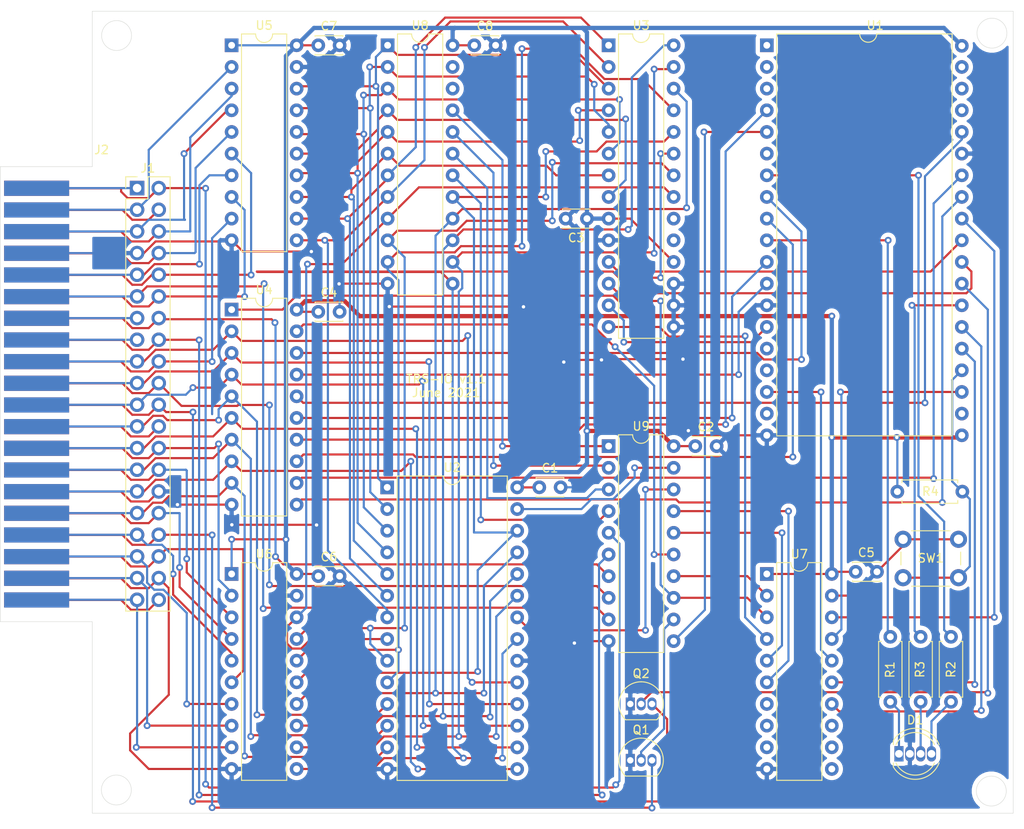
<source format=kicad_pcb>
(kicad_pcb (version 20171130) (host pcbnew "(5.1.10)-1")
  (layers (0 F.Cu signal) (31 B.Cu signal) (34 B.Paste user) (35 F.Paste user) (36 B.SilkS user) (37 F.SilkS user) (38 B.Mask user) (39 F.Mask user) (44 Edge.Cuts user))
  (net 0 "")
  (net 1 +5V)
  (net 2 GND)
  (net 3 +3V3)
  (net 4 RAS_N)
  (net 5 SYSRES_N)
  (net 6 CAS_N)
  (net 7 A10)
  (net 8 A12)
  (net 9 A13)
  (net 10 A15)
  (net 11 A11)
  (net 12 A14)
  (net 13 A8)
  (net 14 OUT_N)
  (net 15 WR_N)
  (net 16 INTACK_N)
  (net 17 RD_N)
  (net 18 MUX)
  (net 19 A9)
  (net 20 D4)
  (net 21 IN_N)
  (net 22 D7)
  (net 23 INT_N)
  (net 24 D1)
  (net 25 TEST_N)
  (net 26 D6)
  (net 27 A0)
  (net 28 D3)
  (net 29 A1)
  (net 30 D5)
  (net 31 D0)
  (net 32 A4)
  (net 33 D2)
  (net 34 WAIT_N)
  (net 35 A3)
  (net 36 A5)
  (net 37 A7)
  (net 38 A6)
  (net 39 5V)
  (net 40 A2)
  (net 41 WAIT)
  (net 42 ESP_INT)
  (net 43 "Net-(U1-Pad1)")
  (net 44 "Net-(U1-Pad2)")
  (net 45 "Net-(U1-Pad3)")
  (net 46 "Net-(U1-Pad21)")
  (net 47 ESP_READ_N)
  (net 48 "Net-(U1-Pad6)")
  (net 49 ESP_S0)
  (net 50 ESP_S1)
  (net 51 SCK)
  (net 52 CS23S17)
  (net 53 ESP_WAIT_RELEASE_N)
  (net 54 MOSI)
  (net 55 "Net-(U1-Pad15)")
  (net 56 "Net-(U1-Pad16)")
  (net 57 ESP_MISO)
  (net 58 "Net-(U1-Pad35)")
  (net 59 ESP3_SEL_N)
  (net 60 "Net-(U1-Pad36)")
  (net 61 "Net-(U1-Pad37)")
  (net 62 READ_N)
  (net 63 ESP_SEL_N)
  (net 64 "Net-(U3-Pad19)")
  (net 65 "Net-(U3-Pad20)")
  (net 66 MISO)
  (net 67 S0)
  (net 68 S1)
  (net 69 DD3)
  (net 70 DD4)
  (net 71 DD5)
  (net 72 DD6)
  (net 73 DD7)
  (net 74 DD2)
  (net 75 DD0)
  (net 76 DD1)
  (net 77 AA14)
  (net 78 AA12)
  (net 79 AA7)
  (net 80 AA6)
  (net 81 AA5)
  (net 82 AA4)
  (net 83 AA3)
  (net 84 AA10)
  (net 85 AA2)
  (net 86 SRAM_OE_N)
  (net 87 AA1)
  (net 88 AA11)
  (net 89 AA0)
  (net 90 AA9)
  (net 91 AA8)
  (net 92 AA13)
  (net 93 SRAM_WE_N)
  (net 94 AA15)
  (net 95 DBUS_SEL_N)
  (net 96 "Net-(U7-Pad9)")
  (net 97 "Net-(U7-Pad8)")
  (net 98 "Net-(U7-Pad7)")
  (net 99 "Net-(U7-Pad13)")
  (net 100 "Net-(U7-Pad12)")
  (net 101 "Net-(U7-Pad11)")
  (net 102 ADDR_TRS_IO)
  (net 103 ADDR_FREHD)
  (net 104 ADDR_0)
  (net 105 ADDR_1)
  (net 106 "Net-(U8-Pad23)")
  (net 107 BUTTON)
  (net 108 LED_GREEN)
  (net 109 LED_BLUE)
  (net 110 LED_RED)
  (net 111 "Net-(D1-Pad4)")
  (net 112 "Net-(D1-Pad3)")
  (net 113 "Net-(D1-Pad1)")
  (net 114 "Net-(U1-Pad18)")
  (net 115 "Net-(U8-Pad22)")
  (module Package_DIP:DIP-20_W7.62mm (layer F.Cu) (at 174.117 99.0092)
    (fp_text reference U9 (at 3.81 -2.33) (layer F.SilkS))
    (fp_text value ATF16V8-PDIP)
    (pad 20 thru_hole oval (at 7.62 0) (size 1.6 1.6) (drill 0.8) (layers *.Cu *.Mask) (net 1 +5V))
    (pad 10 thru_hole oval (at 0 22.86) (size 1.6 1.6) (drill 0.8) (layers *.Cu *.Mask) (net 2 GND))
    (pad 19 thru_hole oval (at 7.62 2.54) (size 1.6 1.6) (drill 0.8) (layers *.Cu *.Mask) (net 93 SRAM_WE_N))
    (pad 9 thru_hole oval (at 0 20.32) (size 1.6 1.6) (drill 0.8) (layers *.Cu *.Mask) (net 14 OUT_N))
    (pad 18 thru_hole oval (at 7.62 5.08) (size 1.6 1.6) (drill 0.8) (layers *.Cu *.Mask) (net 86 SRAM_OE_N))
    (pad 8 thru_hole oval (at 0 17.78) (size 1.6 1.6) (drill 0.8) (layers *.Cu *.Mask) (net 21 IN_N))
    (pad 17 thru_hole oval (at 7.62 7.62) (size 1.6 1.6) (drill 0.8) (layers *.Cu *.Mask) (net 68 S1))
    (pad 7 thru_hole oval (at 0 15.24) (size 1.6 1.6) (drill 0.8) (layers *.Cu *.Mask) (net 15 WR_N))
    (pad 16 thru_hole oval (at 7.62 10.16) (size 1.6 1.6) (drill 0.8) (layers *.Cu *.Mask) (net 67 S0))
    (pad 6 thru_hole oval (at 0 12.7) (size 1.6 1.6) (drill 0.8) (layers *.Cu *.Mask) (net 17 RD_N))
    (pad 15 thru_hole oval (at 7.62 12.7) (size 1.6 1.6) (drill 0.8) (layers *.Cu *.Mask) (net 95 DBUS_SEL_N))
    (pad 5 thru_hole oval (at 0 10.16) (size 1.6 1.6) (drill 0.8) (layers *.Cu *.Mask) (net 4 RAS_N))
    (pad 14 thru_hole oval (at 7.62 15.24) (size 1.6 1.6) (drill 0.8) (layers *.Cu *.Mask) (net 63 ESP_SEL_N))
    (pad 4 thru_hole oval (at 0 7.62) (size 1.6 1.6) (drill 0.8) (layers *.Cu *.Mask) (net 105 ADDR_1))
    (pad 13 thru_hole oval (at 7.62 17.78) (size 1.6 1.6) (drill 0.8) (layers *.Cu *.Mask) (net 62 READ_N))
    (pad 3 thru_hole oval (at 0 5.08) (size 1.6 1.6) (drill 0.8) (layers *.Cu *.Mask) (net 104 ADDR_0))
    (pad 12 thru_hole oval (at 7.62 20.32) (size 1.6 1.6) (drill 0.8) (layers *.Cu *.Mask) (net 41 WAIT))
    (pad 2 thru_hole oval (at 0 2.54) (size 1.6 1.6) (drill 0.8) (layers *.Cu *.Mask) (net 103 ADDR_FREHD))
    (pad 11 thru_hole oval (at 7.62 22.86) (size 1.6 1.6) (drill 0.8) (layers *.Cu *.Mask) (net 53 ESP_WAIT_RELEASE_N))
    (pad 1 thru_hole rect (at 0 0) (size 1.6 1.6) (drill 0.8) (layers *.Cu *.Mask) (net 102 ADDR_TRS_IO))
  )
  (module Package_DIP:DIP-24_W7.62mm (layer F.Cu) (at 148.209 52.0192)
    (fp_text reference U8 (at 3.81 -2.33) (layer F.SilkS))
    (fp_text value ATF22V10-PDIP)
    (pad 24 thru_hole oval (at 7.62 0) (size 1.6 1.6) (drill 0.8) (layers *.Cu *.Mask) (net 1 +5V))
    (pad 12 thru_hole oval (at 0 27.94) (size 1.6 1.6) (drill 0.8) (layers *.Cu *.Mask) (net 2 GND))
    (pad 23 thru_hole oval (at 7.62 2.54) (size 1.6 1.6) (drill 0.8) (layers *.Cu *.Mask) (net 106 "Net-(U8-Pad23)"))
    (pad 11 thru_hole oval (at 0 25.4) (size 1.6 1.6) (drill 0.8) (layers *.Cu *.Mask) (net 82 AA4))
    (pad 22 thru_hole oval (at 7.62 5.08) (size 1.6 1.6) (drill 0.8) (layers *.Cu *.Mask) (net 115 "Net-(U8-Pad22)"))
    (pad 10 thru_hole oval (at 0 22.86) (size 1.6 1.6) (drill 0.8) (layers *.Cu *.Mask) (net 87 AA1))
    (pad 21 thru_hole oval (at 7.62 7.62) (size 1.6 1.6) (drill 0.8) (layers *.Cu *.Mask) (net 102 ADDR_TRS_IO))
    (pad 9 thru_hole oval (at 0 20.32) (size 1.6 1.6) (drill 0.8) (layers *.Cu *.Mask) (net 89 AA0))
    (pad 20 thru_hole oval (at 7.62 10.16) (size 1.6 1.6) (drill 0.8) (layers *.Cu *.Mask) (net 103 ADDR_FREHD))
    (pad 8 thru_hole oval (at 0 17.78) (size 1.6 1.6) (drill 0.8) (layers *.Cu *.Mask) (net 90 AA9))
    (pad 19 thru_hole oval (at 7.62 12.7) (size 1.6 1.6) (drill 0.8) (layers *.Cu *.Mask) (net 104 ADDR_0))
    (pad 7 thru_hole oval (at 0 15.24) (size 1.6 1.6) (drill 0.8) (layers *.Cu *.Mask) (net 91 AA8))
    (pad 18 thru_hole oval (at 7.62 15.24) (size 1.6 1.6) (drill 0.8) (layers *.Cu *.Mask) (net 105 ADDR_1))
    (pad 6 thru_hole oval (at 0 12.7) (size 1.6 1.6) (drill 0.8) (layers *.Cu *.Mask) (net 77 AA14))
    (pad 17 thru_hole oval (at 7.62 17.78) (size 1.6 1.6) (drill 0.8) (layers *.Cu *.Mask) (net 83 AA3))
    (pad 5 thru_hole oval (at 0 10.16) (size 1.6 1.6) (drill 0.8) (layers *.Cu *.Mask) (net 88 AA11))
    (pad 16 thru_hole oval (at 7.62 20.32) (size 1.6 1.6) (drill 0.8) (layers *.Cu *.Mask) (net 81 AA5))
    (pad 4 thru_hole oval (at 0 7.62) (size 1.6 1.6) (drill 0.8) (layers *.Cu *.Mask) (net 94 AA15))
    (pad 15 thru_hole oval (at 7.62 22.86) (size 1.6 1.6) (drill 0.8) (layers *.Cu *.Mask) (net 79 AA7))
    (pad 3 thru_hole oval (at 0 5.08) (size 1.6 1.6) (drill 0.8) (layers *.Cu *.Mask) (net 92 AA13))
    (pad 14 thru_hole oval (at 7.62 25.4) (size 1.6 1.6) (drill 0.8) (layers *.Cu *.Mask) (net 80 AA6))
    (pad 2 thru_hole oval (at 0 2.54) (size 1.6 1.6) (drill 0.8) (layers *.Cu *.Mask) (net 78 AA12))
    (pad 13 thru_hole oval (at 7.62 27.94) (size 1.6 1.6) (drill 0.8) (layers *.Cu *.Mask) (net 85 AA2))
    (pad 1 thru_hole rect (at 0 0) (size 1.6 1.6) (drill 0.8) (layers *.Cu *.Mask) (net 84 AA10))
  )
  (module Package_DIP:DIP-20_W7.62mm (layer F.Cu) (at 192.659 113.9952)
    (fp_text reference U7 (at 3.81 -2.33) (layer F.SilkS))
    (fp_text value 74LVC245)
    (pad 20 thru_hole oval (at 7.62 0) (size 1.6 1.6) (drill 0.8) (layers *.Cu *.Mask) (net 3 +3V3))
    (pad 10 thru_hole oval (at 0 22.86) (size 1.6 1.6) (drill 0.8) (layers *.Cu *.Mask) (net 2 GND))
    (pad 19 thru_hole oval (at 7.62 2.54) (size 1.6 1.6) (drill 0.8) (layers *.Cu *.Mask) (net 2 GND))
    (pad 9 thru_hole oval (at 0 20.32) (size 1.6 1.6) (drill 0.8) (layers *.Cu *.Mask) (net 96 "Net-(U7-Pad9)"))
    (pad 18 thru_hole oval (at 7.62 5.08) (size 1.6 1.6) (drill 0.8) (layers *.Cu *.Mask) (net 59 ESP3_SEL_N))
    (pad 8 thru_hole oval (at 0 17.78) (size 1.6 1.6) (drill 0.8) (layers *.Cu *.Mask) (net 97 "Net-(U7-Pad8)"))
    (pad 17 thru_hole oval (at 7.62 7.62) (size 1.6 1.6) (drill 0.8) (layers *.Cu *.Mask) (net 47 ESP_READ_N))
    (pad 7 thru_hole oval (at 0 15.24) (size 1.6 1.6) (drill 0.8) (layers *.Cu *.Mask) (net 98 "Net-(U7-Pad7)"))
    (pad 16 thru_hole oval (at 7.62 10.16) (size 1.6 1.6) (drill 0.8) (layers *.Cu *.Mask) (net 57 ESP_MISO))
    (pad 6 thru_hole oval (at 0 12.7) (size 1.6 1.6) (drill 0.8) (layers *.Cu *.Mask) (net 68 S1))
    (pad 15 thru_hole oval (at 7.62 12.7) (size 1.6 1.6) (drill 0.8) (layers *.Cu *.Mask) (net 49 ESP_S0))
    (pad 5 thru_hole oval (at 0 10.16) (size 1.6 1.6) (drill 0.8) (layers *.Cu *.Mask) (net 67 S0))
    (pad 14 thru_hole oval (at 7.62 15.24) (size 1.6 1.6) (drill 0.8) (layers *.Cu *.Mask) (net 50 ESP_S1))
    (pad 4 thru_hole oval (at 0 7.62) (size 1.6 1.6) (drill 0.8) (layers *.Cu *.Mask) (net 66 MISO))
    (pad 13 thru_hole oval (at 7.62 17.78) (size 1.6 1.6) (drill 0.8) (layers *.Cu *.Mask) (net 99 "Net-(U7-Pad13)"))
    (pad 3 thru_hole oval (at 0 5.08) (size 1.6 1.6) (drill 0.8) (layers *.Cu *.Mask) (net 62 READ_N))
    (pad 12 thru_hole oval (at 7.62 20.32) (size 1.6 1.6) (drill 0.8) (layers *.Cu *.Mask) (net 100 "Net-(U7-Pad12)"))
    (pad 2 thru_hole oval (at 0 2.54) (size 1.6 1.6) (drill 0.8) (layers *.Cu *.Mask) (net 63 ESP_SEL_N))
    (pad 11 thru_hole oval (at 7.62 22.86) (size 1.6 1.6) (drill 0.8) (layers *.Cu *.Mask) (net 101 "Net-(U7-Pad11)"))
    (pad 1 thru_hole rect (at 0 0) (size 1.6 1.6) (drill 0.8) (layers *.Cu *.Mask) (net 3 +3V3))
  )
  (module Package_DIP:DIP-20_W7.62mm (layer F.Cu) (at 129.921 113.9952)
    (fp_text reference U6 (at 3.81 -2.33) (layer F.SilkS))
    (fp_text value 74LVC245)
    (pad 20 thru_hole oval (at 7.62 0) (size 1.6 1.6) (drill 0.8) (layers *.Cu *.Mask) (net 1 +5V))
    (pad 10 thru_hole oval (at 0 22.86) (size 1.6 1.6) (drill 0.8) (layers *.Cu *.Mask) (net 2 GND))
    (pad 19 thru_hole oval (at 7.62 2.54) (size 1.6 1.6) (drill 0.8) (layers *.Cu *.Mask) (net 2 GND))
    (pad 9 thru_hole oval (at 0 20.32) (size 1.6 1.6) (drill 0.8) (layers *.Cu *.Mask) (net 40 A2))
    (pad 18 thru_hole oval (at 7.62 5.08) (size 1.6 1.6) (drill 0.8) (layers *.Cu *.Mask) (net 89 AA0))
    (pad 8 thru_hole oval (at 0 17.78) (size 1.6 1.6) (drill 0.8) (layers *.Cu *.Mask) (net 38 A6))
    (pad 17 thru_hole oval (at 7.62 7.62) (size 1.6 1.6) (drill 0.8) (layers *.Cu *.Mask) (net 87 AA1))
    (pad 7 thru_hole oval (at 0 15.24) (size 1.6 1.6) (drill 0.8) (layers *.Cu *.Mask) (net 37 A7))
    (pad 16 thru_hole oval (at 7.62 10.16) (size 1.6 1.6) (drill 0.8) (layers *.Cu *.Mask) (net 82 AA4))
    (pad 6 thru_hole oval (at 0 12.7) (size 1.6 1.6) (drill 0.8) (layers *.Cu *.Mask) (net 36 A5))
    (pad 15 thru_hole oval (at 7.62 12.7) (size 1.6 1.6) (drill 0.8) (layers *.Cu *.Mask) (net 83 AA3))
    (pad 5 thru_hole oval (at 0 10.16) (size 1.6 1.6) (drill 0.8) (layers *.Cu *.Mask) (net 35 A3))
    (pad 14 thru_hole oval (at 7.62 15.24) (size 1.6 1.6) (drill 0.8) (layers *.Cu *.Mask) (net 81 AA5))
    (pad 4 thru_hole oval (at 0 7.62) (size 1.6 1.6) (drill 0.8) (layers *.Cu *.Mask) (net 32 A4))
    (pad 13 thru_hole oval (at 7.62 17.78) (size 1.6 1.6) (drill 0.8) (layers *.Cu *.Mask) (net 79 AA7))
    (pad 3 thru_hole oval (at 0 5.08) (size 1.6 1.6) (drill 0.8) (layers *.Cu *.Mask) (net 29 A1))
    (pad 12 thru_hole oval (at 7.62 20.32) (size 1.6 1.6) (drill 0.8) (layers *.Cu *.Mask) (net 80 AA6))
    (pad 2 thru_hole oval (at 0 2.54) (size 1.6 1.6) (drill 0.8) (layers *.Cu *.Mask) (net 27 A0))
    (pad 11 thru_hole oval (at 7.62 22.86) (size 1.6 1.6) (drill 0.8) (layers *.Cu *.Mask) (net 85 AA2))
    (pad 1 thru_hole rect (at 0 0) (size 1.6 1.6) (drill 0.8) (layers *.Cu *.Mask) (net 1 +5V))
  )
  (module Package_DIP:DIP-20_W7.62mm (layer F.Cu) (at 129.921 52.0192)
    (fp_text reference U5 (at 3.81 -2.33) (layer F.SilkS))
    (fp_text value 74LVC245)
    (pad 20 thru_hole oval (at 7.62 0) (size 1.6 1.6) (drill 0.8) (layers *.Cu *.Mask) (net 1 +5V))
    (pad 10 thru_hole oval (at 0 22.86) (size 1.6 1.6) (drill 0.8) (layers *.Cu *.Mask) (net 2 GND))
    (pad 19 thru_hole oval (at 7.62 2.54) (size 1.6 1.6) (drill 0.8) (layers *.Cu *.Mask) (net 2 GND))
    (pad 9 thru_hole oval (at 0 20.32) (size 1.6 1.6) (drill 0.8) (layers *.Cu *.Mask) (net 19 A9))
    (pad 18 thru_hole oval (at 7.62 5.08) (size 1.6 1.6) (drill 0.8) (layers *.Cu *.Mask) (net 84 AA10))
    (pad 8 thru_hole oval (at 0 17.78) (size 1.6 1.6) (drill 0.8) (layers *.Cu *.Mask) (net 13 A8))
    (pad 17 thru_hole oval (at 7.62 7.62) (size 1.6 1.6) (drill 0.8) (layers *.Cu *.Mask) (net 78 AA12))
    (pad 7 thru_hole oval (at 0 15.24) (size 1.6 1.6) (drill 0.8) (layers *.Cu *.Mask) (net 12 A14))
    (pad 16 thru_hole oval (at 7.62 10.16) (size 1.6 1.6) (drill 0.8) (layers *.Cu *.Mask) (net 92 AA13))
    (pad 6 thru_hole oval (at 0 12.7) (size 1.6 1.6) (drill 0.8) (layers *.Cu *.Mask) (net 11 A11))
    (pad 15 thru_hole oval (at 7.62 12.7) (size 1.6 1.6) (drill 0.8) (layers *.Cu *.Mask) (net 94 AA15))
    (pad 5 thru_hole oval (at 0 10.16) (size 1.6 1.6) (drill 0.8) (layers *.Cu *.Mask) (net 10 A15))
    (pad 14 thru_hole oval (at 7.62 15.24) (size 1.6 1.6) (drill 0.8) (layers *.Cu *.Mask) (net 88 AA11))
    (pad 4 thru_hole oval (at 0 7.62) (size 1.6 1.6) (drill 0.8) (layers *.Cu *.Mask) (net 9 A13))
    (pad 13 thru_hole oval (at 7.62 17.78) (size 1.6 1.6) (drill 0.8) (layers *.Cu *.Mask) (net 77 AA14))
    (pad 3 thru_hole oval (at 0 5.08) (size 1.6 1.6) (drill 0.8) (layers *.Cu *.Mask) (net 8 A12))
    (pad 12 thru_hole oval (at 7.62 20.32) (size 1.6 1.6) (drill 0.8) (layers *.Cu *.Mask) (net 91 AA8))
    (pad 2 thru_hole oval (at 0 2.54) (size 1.6 1.6) (drill 0.8) (layers *.Cu *.Mask) (net 7 A10))
    (pad 11 thru_hole oval (at 7.62 22.86) (size 1.6 1.6) (drill 0.8) (layers *.Cu *.Mask) (net 90 AA9))
    (pad 1 thru_hole rect (at 0 0) (size 1.6 1.6) (drill 0.8) (layers *.Cu *.Mask) (net 1 +5V))
  )
  (module Package_DIP:DIP-20_W7.62mm (layer F.Cu) (at 129.921 83.0072)
    (fp_text reference U4 (at 3.81 -2.33) (layer F.SilkS))
    (fp_text value 74LVC245)
    (pad 20 thru_hole oval (at 7.62 0) (size 1.6 1.6) (drill 0.8) (layers *.Cu *.Mask) (net 3 +3V3))
    (pad 10 thru_hole oval (at 0 22.86) (size 1.6 1.6) (drill 0.8) (layers *.Cu *.Mask) (net 2 GND))
    (pad 19 thru_hole oval (at 7.62 2.54) (size 1.6 1.6) (drill 0.8) (layers *.Cu *.Mask) (net 95 DBUS_SEL_N))
    (pad 9 thru_hole oval (at 0 20.32) (size 1.6 1.6) (drill 0.8) (layers *.Cu *.Mask) (net 33 D2))
    (pad 18 thru_hole oval (at 7.62 5.08) (size 1.6 1.6) (drill 0.8) (layers *.Cu *.Mask) (net 70 DD4))
    (pad 8 thru_hole oval (at 0 17.78) (size 1.6 1.6) (drill 0.8) (layers *.Cu *.Mask) (net 31 D0))
    (pad 17 thru_hole oval (at 7.62 7.62) (size 1.6 1.6) (drill 0.8) (layers *.Cu *.Mask) (net 73 DD7))
    (pad 7 thru_hole oval (at 0 15.24) (size 1.6 1.6) (drill 0.8) (layers *.Cu *.Mask) (net 30 D5))
    (pad 16 thru_hole oval (at 7.62 10.16) (size 1.6 1.6) (drill 0.8) (layers *.Cu *.Mask) (net 76 DD1))
    (pad 6 thru_hole oval (at 0 12.7) (size 1.6 1.6) (drill 0.8) (layers *.Cu *.Mask) (net 28 D3))
    (pad 15 thru_hole oval (at 7.62 12.7) (size 1.6 1.6) (drill 0.8) (layers *.Cu *.Mask) (net 72 DD6))
    (pad 5 thru_hole oval (at 0 10.16) (size 1.6 1.6) (drill 0.8) (layers *.Cu *.Mask) (net 26 D6))
    (pad 14 thru_hole oval (at 7.62 15.24) (size 1.6 1.6) (drill 0.8) (layers *.Cu *.Mask) (net 69 DD3))
    (pad 4 thru_hole oval (at 0 7.62) (size 1.6 1.6) (drill 0.8) (layers *.Cu *.Mask) (net 24 D1))
    (pad 13 thru_hole oval (at 7.62 17.78) (size 1.6 1.6) (drill 0.8) (layers *.Cu *.Mask) (net 71 DD5))
    (pad 3 thru_hole oval (at 0 5.08) (size 1.6 1.6) (drill 0.8) (layers *.Cu *.Mask) (net 22 D7))
    (pad 12 thru_hole oval (at 7.62 20.32) (size 1.6 1.6) (drill 0.8) (layers *.Cu *.Mask) (net 75 DD0))
    (pad 2 thru_hole oval (at 0 2.54) (size 1.6 1.6) (drill 0.8) (layers *.Cu *.Mask) (net 20 D4))
    (pad 11 thru_hole oval (at 7.62 22.86) (size 1.6 1.6) (drill 0.8) (layers *.Cu *.Mask) (net 74 DD2))
    (pad 1 thru_hole rect (at 0 0) (size 1.6 1.6) (drill 0.8) (layers *.Cu *.Mask) (net 62 READ_N))
  )
  (module Package_DIP:DIP-28_W7.62mm (layer F.Cu) (at 174.117 52.0192)
    (fp_text reference U3 (at 3.81 -2.33) (layer F.SilkS))
    (fp_text value MCP23S17_SP)
    (pad 28 thru_hole oval (at 7.62 0) (size 1.6 1.6) (drill 0.8) (layers *.Cu *.Mask) (net 79 AA7))
    (pad 14 thru_hole oval (at 0 33.02) (size 1.6 1.6) (drill 0.8) (layers *.Cu *.Mask) (net 66 MISO))
    (pad 27 thru_hole oval (at 7.62 2.54) (size 1.6 1.6) (drill 0.8) (layers *.Cu *.Mask) (net 80 AA6))
    (pad 13 thru_hole oval (at 0 30.48) (size 1.6 1.6) (drill 0.8) (layers *.Cu *.Mask) (net 54 MOSI))
    (pad 26 thru_hole oval (at 7.62 5.08) (size 1.6 1.6) (drill 0.8) (layers *.Cu *.Mask) (net 81 AA5))
    (pad 12 thru_hole oval (at 0 27.94) (size 1.6 1.6) (drill 0.8) (layers *.Cu *.Mask) (net 51 SCK))
    (pad 25 thru_hole oval (at 7.62 7.62) (size 1.6 1.6) (drill 0.8) (layers *.Cu *.Mask) (net 82 AA4))
    (pad 11 thru_hole oval (at 0 25.4) (size 1.6 1.6) (drill 0.8) (layers *.Cu *.Mask) (net 52 CS23S17))
    (pad 24 thru_hole oval (at 7.62 10.16) (size 1.6 1.6) (drill 0.8) (layers *.Cu *.Mask) (net 83 AA3))
    (pad 10 thru_hole oval (at 0 22.86) (size 1.6 1.6) (drill 0.8) (layers *.Cu *.Mask) (net 2 GND))
    (pad 23 thru_hole oval (at 7.62 12.7) (size 1.6 1.6) (drill 0.8) (layers *.Cu *.Mask) (net 85 AA2))
    (pad 9 thru_hole oval (at 0 20.32) (size 1.6 1.6) (drill 0.8) (layers *.Cu *.Mask) (net 1 +5V))
    (pad 22 thru_hole oval (at 7.62 15.24) (size 1.6 1.6) (drill 0.8) (layers *.Cu *.Mask) (net 87 AA1))
    (pad 8 thru_hole oval (at 0 17.78) (size 1.6 1.6) (drill 0.8) (layers *.Cu *.Mask) (net 94 AA15))
    (pad 21 thru_hole oval (at 7.62 17.78) (size 1.6 1.6) (drill 0.8) (layers *.Cu *.Mask) (net 89 AA0))
    (pad 7 thru_hole oval (at 0 15.24) (size 1.6 1.6) (drill 0.8) (layers *.Cu *.Mask) (net 77 AA14))
    (pad 20 thru_hole oval (at 7.62 20.32) (size 1.6 1.6) (drill 0.8) (layers *.Cu *.Mask) (net 65 "Net-(U3-Pad20)"))
    (pad 6 thru_hole oval (at 0 12.7) (size 1.6 1.6) (drill 0.8) (layers *.Cu *.Mask) (net 92 AA13))
    (pad 19 thru_hole oval (at 7.62 22.86) (size 1.6 1.6) (drill 0.8) (layers *.Cu *.Mask) (net 64 "Net-(U3-Pad19)"))
    (pad 5 thru_hole oval (at 0 10.16) (size 1.6 1.6) (drill 0.8) (layers *.Cu *.Mask) (net 78 AA12))
    (pad 18 thru_hole oval (at 7.62 25.4) (size 1.6 1.6) (drill 0.8) (layers *.Cu *.Mask) (net 1 +5V))
    (pad 4 thru_hole oval (at 0 7.62) (size 1.6 1.6) (drill 0.8) (layers *.Cu *.Mask) (net 88 AA11))
    (pad 17 thru_hole oval (at 7.62 27.94) (size 1.6 1.6) (drill 0.8) (layers *.Cu *.Mask) (net 2 GND))
    (pad 3 thru_hole oval (at 0 5.08) (size 1.6 1.6) (drill 0.8) (layers *.Cu *.Mask) (net 84 AA10))
    (pad 16 thru_hole oval (at 7.62 30.48) (size 1.6 1.6) (drill 0.8) (layers *.Cu *.Mask) (net 2 GND))
    (pad 2 thru_hole oval (at 0 2.54) (size 1.6 1.6) (drill 0.8) (layers *.Cu *.Mask) (net 90 AA9))
    (pad 15 thru_hole oval (at 7.62 33.02) (size 1.6 1.6) (drill 0.8) (layers *.Cu *.Mask) (net 2 GND))
    (pad 1 thru_hole rect (at 0 0) (size 1.6 1.6) (drill 0.8) (layers *.Cu *.Mask) (net 91 AA8))
  )
  (module Package_DIP:DIP-28_W15.24mm (layer F.Cu) (at 148.159 103.8452)
    (fp_text reference U2 (at 7.62 -2.33) (layer F.SilkS))
    (fp_text value AS6C62256-PDIP)
    (pad 28 thru_hole oval (at 15.24 0) (size 1.6 1.6) (drill 0.8) (layers *.Cu *.Mask) (net 1 +5V))
    (pad 14 thru_hole oval (at 0 33.02) (size 1.6 1.6) (drill 0.8) (layers *.Cu *.Mask) (net 2 GND))
    (pad 27 thru_hole oval (at 15.24 2.54) (size 1.6 1.6) (drill 0.8) (layers *.Cu *.Mask) (net 93 SRAM_WE_N))
    (pad 13 thru_hole oval (at 0 30.48) (size 1.6 1.6) (drill 0.8) (layers *.Cu *.Mask) (net 33 D2))
    (pad 26 thru_hole oval (at 15.24 5.08) (size 1.6 1.6) (drill 0.8) (layers *.Cu *.Mask) (net 83 AA3))
    (pad 12 thru_hole oval (at 0 27.94) (size 1.6 1.6) (drill 0.8) (layers *.Cu *.Mask) (net 30 D5))
    (pad 25 thru_hole oval (at 15.24 7.62) (size 1.6 1.6) (drill 0.8) (layers *.Cu *.Mask) (net 81 AA5))
    (pad 11 thru_hole oval (at 0 25.4) (size 1.6 1.6) (drill 0.8) (layers *.Cu *.Mask) (net 26 D6))
    (pad 24 thru_hole oval (at 15.24 10.16) (size 1.6 1.6) (drill 0.8) (layers *.Cu *.Mask) (net 79 AA7))
    (pad 10 thru_hole oval (at 0 22.86) (size 1.6 1.6) (drill 0.8) (layers *.Cu *.Mask) (net 82 AA4))
    (pad 23 thru_hole oval (at 15.24 12.7) (size 1.6 1.6) (drill 0.8) (layers *.Cu *.Mask) (net 80 AA6))
    (pad 9 thru_hole oval (at 0 20.32) (size 1.6 1.6) (drill 0.8) (layers *.Cu *.Mask) (net 87 AA1))
    (pad 22 thru_hole oval (at 15.24 15.24) (size 1.6 1.6) (drill 0.8) (layers *.Cu *.Mask) (net 86 SRAM_OE_N))
    (pad 8 thru_hole oval (at 0 17.78) (size 1.6 1.6) (drill 0.8) (layers *.Cu *.Mask) (net 89 AA0))
    (pad 21 thru_hole oval (at 15.24 17.78) (size 1.6 1.6) (drill 0.8) (layers *.Cu *.Mask) (net 85 AA2))
    (pad 7 thru_hole oval (at 0 15.24) (size 1.6 1.6) (drill 0.8) (layers *.Cu *.Mask) (net 90 AA9))
    (pad 20 thru_hole oval (at 15.24 20.32) (size 1.6 1.6) (drill 0.8) (layers *.Cu *.Mask) (net 2 GND))
    (pad 6 thru_hole oval (at 0 12.7) (size 1.6 1.6) (drill 0.8) (layers *.Cu *.Mask) (net 91 AA8))
    (pad 19 thru_hole oval (at 15.24 22.86) (size 1.6 1.6) (drill 0.8) (layers *.Cu *.Mask) (net 20 D4))
    (pad 5 thru_hole oval (at 0 10.16) (size 1.6 1.6) (drill 0.8) (layers *.Cu *.Mask) (net 77 AA14))
    (pad 18 thru_hole oval (at 15.24 25.4) (size 1.6 1.6) (drill 0.8) (layers *.Cu *.Mask) (net 22 D7))
    (pad 4 thru_hole oval (at 0 7.62) (size 1.6 1.6) (drill 0.8) (layers *.Cu *.Mask) (net 88 AA11))
    (pad 17 thru_hole oval (at 15.24 27.94) (size 1.6 1.6) (drill 0.8) (layers *.Cu *.Mask) (net 24 D1))
    (pad 3 thru_hole oval (at 0 5.08) (size 1.6 1.6) (drill 0.8) (layers *.Cu *.Mask) (net 92 AA13))
    (pad 16 thru_hole oval (at 15.24 30.48) (size 1.6 1.6) (drill 0.8) (layers *.Cu *.Mask) (net 28 D3))
    (pad 2 thru_hole oval (at 0 2.54) (size 1.6 1.6) (drill 0.8) (layers *.Cu *.Mask) (net 78 AA12))
    (pad 15 thru_hole oval (at 15.24 33.02) (size 1.6 1.6) (drill 0.8) (layers *.Cu *.Mask) (net 31 D0))
    (pad 1 thru_hole rect (at 0 0) (size 1.6 1.6) (drill 0.8) (layers *.Cu *.Mask) (net 84 AA10))
  )
  (module TRS-IO-M1:DIP-38_W22.9mm (layer F.Cu) (at 192.659 52.0192)
    (fp_text reference U1 (at 12.7 -2.33) (layer F.SilkS))
    (fp_text value HiLetgo-ESP-32S)
    (pad 38 thru_hole oval (at 22.86 0.0635) (size 1.6 1.6) (drill 0.8) (layers *.Cu *.Mask) (net 1 +5V))
    (pad 37 thru_hole oval (at 22.86 2.54) (size 1.6 1.6) (drill 0.8) (layers *.Cu *.Mask) (net 61 "Net-(U1-Pad37)"))
    (pad 19 thru_hole oval (at 0 45.72) (size 1.6 1.6) (drill 0.8) (layers *.Cu *.Mask) (net 2 GND))
    (pad 36 thru_hole oval (at 22.86 5.08) (size 1.6 1.6) (drill 0.8) (layers *.Cu *.Mask) (net 60 "Net-(U1-Pad36)"))
    (pad 18 thru_hole oval (at 0 43.18) (size 1.6 1.6) (drill 0.8) (layers *.Cu *.Mask) (net 114 "Net-(U1-Pad18)"))
    (pad 35 thru_hole oval (at 22.86 7.62) (size 1.6 1.6) (drill 0.8) (layers *.Cu *.Mask) (net 58 "Net-(U1-Pad35)"))
    (pad 17 thru_hole oval (at 0 40.64) (size 1.6 1.6) (drill 0.8) (layers *.Cu *.Mask) (net 57 ESP_MISO))
    (pad 34 thru_hole oval (at 22.86 10.16) (size 1.6 1.6) (drill 0.8) (layers *.Cu *.Mask) (net 76 DD1))
    (pad 16 thru_hole oval (at 0 38.1) (size 1.6 1.6) (drill 0.8) (layers *.Cu *.Mask) (net 56 "Net-(U1-Pad16)"))
    (pad 33 thru_hole oval (at 22.86 12.7) (size 1.6 1.6) (drill 0.8) (layers *.Cu *.Mask) (net 2 GND))
    (pad 15 thru_hole oval (at 0 35.56) (size 1.6 1.6) (drill 0.8) (layers *.Cu *.Mask) (net 55 "Net-(U1-Pad15)"))
    (pad 32 thru_hole oval (at 22.86 15.24) (size 1.6 1.6) (drill 0.8) (layers *.Cu *.Mask) (net 75 DD0))
    (pad 14 thru_hole oval (at 0 33.02) (size 1.6 1.6) (drill 0.8) (layers *.Cu *.Mask) (net 54 MOSI))
    (pad 31 thru_hole oval (at 22.86 17.78) (size 1.6 1.6) (drill 0.8) (layers *.Cu *.Mask) (net 74 DD2))
    (pad 13 thru_hole oval (at 0 30.48) (size 1.6 1.6) (drill 0.8) (layers *.Cu *.Mask) (net 2 GND))
    (pad 30 thru_hole oval (at 22.86 20.32) (size 1.6 1.6) (drill 0.8) (layers *.Cu *.Mask) (net 59 ESP3_SEL_N))
    (pad 12 thru_hole oval (at 0 27.94) (size 1.6 1.6) (drill 0.8) (layers *.Cu *.Mask) (net 73 DD7))
    (pad 29 thru_hole oval (at 22.86 22.86) (size 1.6 1.6) (drill 0.8) (layers *.Cu *.Mask) (net 52 CS23S17))
    (pad 11 thru_hole oval (at 0 25.4) (size 1.6 1.6) (drill 0.8) (layers *.Cu *.Mask) (net 72 DD6))
    (pad 28 thru_hole oval (at 22.86 25.4) (size 1.6 1.6) (drill 0.8) (layers *.Cu *.Mask) (net 51 SCK))
    (pad 10 thru_hole oval (at 0 22.86) (size 1.6 1.6) (drill 0.8) (layers *.Cu *.Mask) (net 110 LED_RED))
    (pad 27 thru_hole oval (at 22.86 27.94) (size 1.6 1.6) (drill 0.8) (layers *.Cu *.Mask) (net 42 ESP_INT))
    (pad 9 thru_hole oval (at 0 20.32) (size 1.6 1.6) (drill 0.8) (layers *.Cu *.Mask) (net 71 DD5))
    (pad 26 thru_hole oval (at 22.86 30.48) (size 1.6 1.6) (drill 0.8) (layers *.Cu *.Mask) (net 109 LED_BLUE))
    (pad 8 thru_hole oval (at 0 17.78) (size 1.6 1.6) (drill 0.8) (layers *.Cu *.Mask) (net 70 DD4))
    (pad 25 thru_hole oval (at 22.86 33.02) (size 1.6 1.6) (drill 0.8) (layers *.Cu *.Mask) (net 50 ESP_S1))
    (pad 7 thru_hole oval (at 0 15.24) (size 1.6 1.6) (drill 0.8) (layers *.Cu *.Mask) (net 108 LED_GREEN))
    (pad 24 thru_hole oval (at 22.86 35.56) (size 1.6 1.6) (drill 0.8) (layers *.Cu *.Mask) (net 49 ESP_S0))
    (pad 6 thru_hole oval (at 0 12.7) (size 1.6 1.6) (drill 0.8) (layers *.Cu *.Mask) (net 48 "Net-(U1-Pad6)"))
    (pad 23 thru_hole oval (at 22.86 38.1) (size 1.6 1.6) (drill 0.8) (layers *.Cu *.Mask) (net 107 BUTTON))
    (pad 5 thru_hole oval (at 0 10.16) (size 1.6 1.6) (drill 0.8) (layers *.Cu *.Mask) (net 53 ESP_WAIT_RELEASE_N))
    (pad 22 thru_hole oval (at 22.86 40.64) (size 1.6 1.6) (drill 0.8) (layers *.Cu *.Mask) (net 47 ESP_READ_N))
    (pad 4 thru_hole oval (at 0 7.62) (size 1.6 1.6) (drill 0.8) (layers *.Cu *.Mask) (net 69 DD3))
    (pad 21 thru_hole oval (at 22.86 43.18) (size 1.6 1.6) (drill 0.8) (layers *.Cu *.Mask) (net 46 "Net-(U1-Pad21)"))
    (pad 3 thru_hole oval (at 0 5.08) (size 1.6 1.6) (drill 0.8) (layers *.Cu *.Mask) (net 45 "Net-(U1-Pad3)"))
    (pad 20 thru_hole oval (at 22.86 45.72) (size 1.6 1.6) (drill 0.8) (layers *.Cu *.Mask) (net 3 +3V3))
    (pad 2 thru_hole oval (at 0 2.54) (size 1.6 1.6) (drill 0.8) (layers *.Cu *.Mask) (net 44 "Net-(U1-Pad2)"))
    (pad 1 thru_hole rect (at 0 0) (size 1.6 1.6) (drill 0.8) (layers *.Cu *.Mask) (net 43 "Net-(U1-Pad1)"))
  )
  (module Button_Switch_THT:SW_PUSH_6mm_H9.5mm (layer F.Cu) (at 208.6325 109.9312)
    (fp_text reference SW1 (at 3.2543 2.2098) (layer F.SilkS))
    (fp_text value SW_Push)
    (pad 1 thru_hole circle (at 6.5 0 90) (size 2 2) (drill 1.1) (layers *.Cu *.Mask) (net 2 GND))
    (pad 2 thru_hole circle (at 6.5 4.5 90) (size 2 2) (drill 1.1) (layers *.Cu *.Mask) (net 107 BUTTON))
    (pad 1 thru_hole circle (at 0 0 90) (size 2 2) (drill 1.1) (layers *.Cu *.Mask) (net 2 GND))
    (pad 2 thru_hole circle (at 0 4.5 90) (size 2 2) (drill 1.1) (layers *.Cu *.Mask) (net 107 BUTTON))
  )
  (module Resistor_THT:R_Axial_DIN0207_L6.3mm_D2.5mm_P7.62mm_Horizontal (layer F.Cu) (at 207.9625 104.3432)
    (fp_text reference R4 (at 3.8735 -0.0254) (layer F.SilkS))
    (fp_text value 4K7)
    (pad 2 thru_hole oval (at 7.62 0) (size 1.6 1.6) (drill 0.8) (layers *.Cu *.Mask) (net 107 BUTTON))
    (pad 1 thru_hole circle (at 0 0) (size 1.6 1.6) (drill 0.8) (layers *.Cu *.Mask) (net 3 +3V3))
  )
  (module Resistor_THT:R_Axial_DIN0207_L6.3mm_D2.5mm_P7.62mm_Horizontal (layer F.Cu) (at 210.693 121.3612 270)
    (fp_text reference R3 (at 3.8354 0.0762 90) (layer F.SilkS))
    (fp_text value 100)
    (pad 2 thru_hole oval (at 7.62 0 270) (size 1.6 1.6) (drill 0.8) (layers *.Cu *.Mask) (net 112 "Net-(D1-Pad3)"))
    (pad 1 thru_hole circle (at 0 0 270) (size 1.6 1.6) (drill 0.8) (layers *.Cu *.Mask) (net 109 LED_BLUE))
  )
  (module Resistor_THT:R_Axial_DIN0207_L6.3mm_D2.5mm_P7.62mm_Horizontal (layer F.Cu) (at 214.249 121.3612 270)
    (fp_text reference R2 (at 3.8354 0 90) (layer F.SilkS))
    (fp_text value 100)
    (pad 2 thru_hole oval (at 7.62 0 270) (size 1.6 1.6) (drill 0.8) (layers *.Cu *.Mask) (net 111 "Net-(D1-Pad4)"))
    (pad 1 thru_hole circle (at 0 0 270) (size 1.6 1.6) (drill 0.8) (layers *.Cu *.Mask) (net 108 LED_GREEN))
  )
  (module Resistor_THT:R_Axial_DIN0207_L6.3mm_D2.5mm_P7.62mm_Horizontal (layer F.Cu) (at 207.137 121.3612 270)
    (fp_text reference R1 (at 3.8608 0.0254 90) (layer F.SilkS))
    (fp_text value 100)
    (pad 2 thru_hole oval (at 7.62 0 270) (size 1.6 1.6) (drill 0.8) (layers *.Cu *.Mask) (net 113 "Net-(D1-Pad1)"))
    (pad 1 thru_hole circle (at 0 0 270) (size 1.6 1.6) (drill 0.8) (layers *.Cu *.Mask) (net 110 LED_RED))
  )
  (module Package_TO_SOT_THT:TO-92_Inline (layer F.Cu) (at 176.657 129.2352)
    (fp_text reference Q2 (at 1.27 -3.56) (layer F.SilkS))
    (fp_text value 2N7000)
    (pad 1 thru_hole rect (at 0 0) (size 1.05 1.5) (drill 0.75) (layers *.Cu *.Mask) (net 2 GND))
    (pad 3 thru_hole oval (at 2.54 0) (size 1.05 1.5) (drill 0.75) (layers *.Cu *.Mask) (net 23 INT_N))
    (pad 2 thru_hole oval (at 1.27 0) (size 1.05 1.5) (drill 0.75) (layers *.Cu *.Mask) (net 42 ESP_INT))
  )
  (module Package_TO_SOT_THT:TO-92_Inline (layer F.Cu) (at 176.657 135.8392)
    (fp_text reference Q1 (at 1.27 -3.56) (layer F.SilkS))
    (fp_text value 2N7000)
    (pad 1 thru_hole rect (at 0 0) (size 1.05 1.5) (drill 0.75) (layers *.Cu *.Mask) (net 2 GND))
    (pad 3 thru_hole oval (at 2.54 0) (size 1.05 1.5) (drill 0.75) (layers *.Cu *.Mask) (net 34 WAIT_N))
    (pad 2 thru_hole oval (at 1.27 0) (size 1.05 1.5) (drill 0.75) (layers *.Cu *.Mask) (net 41 WAIT))
  )
  (module TRS-IO-M1:TRSEDGE (layer F.Cu) (at 108.839 92.7862 90)
    (fp_text reference J2 (at 28.5115 5.842) (layer F.SilkS))
    (fp_text value Conn_02x20_Odd_Even)
    (pad 1 connect rect (at 24.003 -1.778 90) (size 1.778 7.62) (layers B.Cu B.Mask) (net 5 SYSRES_N))
    (pad 3 connect rect (at 21.463 -1.778 90) (size 1.778 7.62) (layers B.Cu B.Mask) (net 7 A10))
    (pad 5 connect rect (at 18.923 -1.778 90) (size 1.778 7.62) (layers B.Cu B.Mask) (net 9 A13))
    (pad 7 connect rect (at 16.383 -1.778 90) (size 1.778 7.62) (layers B.Cu B.Mask) (net 2 GND))
    (pad 9 connect rect (at 13.843 -1.778 90) (size 1.778 7.62) (layers B.Cu B.Mask) (net 12 A14))
    (pad 11 connect rect (at 11.303 -1.778 90) (size 1.778 7.62) (layers B.Cu B.Mask) (net 14 OUT_N))
    (pad 13 connect rect (at 8.763 -1.778 90) (size 1.778 7.62) (layers B.Cu B.Mask) (net 16 INTACK_N))
    (pad 15 connect rect (at 6.223 -1.778 90) (size 1.778 7.62) (layers B.Cu B.Mask) (net 18 MUX))
    (pad 17 connect rect (at 3.683 -1.778 90) (size 1.778 7.62) (layers B.Cu B.Mask) (net 20 D4))
    (pad 19 connect rect (at 1.143 -1.778 90) (size 1.778 7.62) (layers B.Cu B.Mask) (net 22 D7))
    (pad 21 connect rect (at -1.397 -1.778 90) (size 1.778 7.62) (layers B.Cu B.Mask) (net 24 D1))
    (pad 23 connect rect (at -3.937 -1.778 90) (size 1.778 7.62) (layers B.Cu B.Mask) (net 26 D6))
    (pad 25 connect rect (at -6.477 -1.778 90) (size 1.778 7.62) (layers B.Cu B.Mask) (net 28 D3))
    (pad 27 connect rect (at -9.017 -1.778 90) (size 1.778 7.62) (layers B.Cu B.Mask) (net 30 D5))
    (pad 29 connect rect (at -11.557 -1.778 90) (size 1.778 7.62) (layers B.Cu B.Mask) (net 31 D0))
    (pad 31 connect rect (at -14.097 -1.778 90) (size 1.778 7.62) (layers B.Cu B.Mask) (net 33 D2))
    (pad 33 connect rect (at -16.637 -1.778 90) (size 1.778 7.62) (layers B.Cu B.Mask) (net 35 A3))
    (pad 35 connect rect (at -19.177 -1.778 90) (size 1.778 7.62) (layers B.Cu B.Mask) (net 37 A7))
    (pad 37 connect rect (at -21.717 -1.778 90) (size 1.778 7.62) (layers B.Cu B.Mask) (net 38 A6))
    (pad 39 connect rect (at -24.257 -1.778 90) (size 1.778 7.62) (layers B.Cu B.Mask) (net 40 A2))
    (pad 2 connect rect (at 24.003 -1.778 90) (size 1.778 7.62) (layers F.Cu F.Mask) (net 4 RAS_N))
    (pad 4 connect rect (at 21.463 -1.778 90) (size 1.778 7.62) (layers F.Cu F.Mask) (net 6 CAS_N))
    (pad 6 connect rect (at 18.923 -1.778 90) (size 1.778 7.62) (layers F.Cu F.Mask) (net 8 A12))
    (pad 8 connect rect (at 16.383 -1.778 90) (size 1.778 7.62) (layers F.Cu F.Mask) (net 10 A15))
    (pad 10 connect rect (at 13.843 -1.778 90) (size 1.778 7.62) (layers F.Cu F.Mask) (net 11 A11))
    (pad 12 connect rect (at 11.303 -1.778 90) (size 1.778 7.62) (layers F.Cu F.Mask) (net 13 A8))
    (pad 14 connect rect (at 8.763 -1.778 90) (size 1.778 7.62) (layers F.Cu F.Mask) (net 15 WR_N))
    (pad 16 connect rect (at 6.223 -1.778 90) (size 1.778 7.62) (layers F.Cu F.Mask) (net 17 RD_N))
    (pad 18 connect rect (at 3.683 -1.778 90) (size 1.778 7.62) (layers F.Cu F.Mask) (net 19 A9))
    (pad 20 connect rect (at 1.143 -1.778 90) (size 1.778 7.62) (layers F.Cu F.Mask) (net 21 IN_N))
    (pad 22 connect rect (at -1.397 -1.778 90) (size 1.778 7.62) (layers F.Cu F.Mask) (net 23 INT_N))
    (pad 24 connect rect (at -3.937 -1.778 90) (size 1.778 7.62) (layers F.Cu F.Mask) (net 25 TEST_N))
    (pad 26 connect rect (at -6.477 -1.778 90) (size 1.778 7.62) (layers F.Cu F.Mask) (net 27 A0))
    (pad 28 connect rect (at -9.017 -1.778 90) (size 1.778 7.62) (layers F.Cu F.Mask) (net 29 A1))
    (pad 30 connect rect (at -11.557 -1.778 90) (size 1.778 7.62) (layers F.Cu F.Mask) (net 2 GND))
    (pad 32 connect rect (at -14.097 -1.778 90) (size 1.778 7.62) (layers F.Cu F.Mask) (net 32 A4))
    (pad 34 connect rect (at -16.637 -1.778 90) (size 1.778 7.62) (layers F.Cu F.Mask) (net 34 WAIT_N))
    (pad 36 connect rect (at -19.177 -1.778 90) (size 1.778 7.62) (layers F.Cu F.Mask) (net 36 A5))
    (pad 38 connect rect (at -21.717 -1.778 90) (size 1.778 7.62) (layers F.Cu F.Mask) (net 2 GND))
    (pad 40 connect rect (at -24.257 -1.778 90) (size 1.778 7.62) (layers F.Cu F.Mask) (net 39 5V))
  )
  (module Connector_PinHeader_2.54mm:PinHeader_2x20_P2.54mm_Vertical (layer F.Cu) (at 118.839 68.7592)
    (fp_text reference J1 (at 1.27 -2.33) (layer F.SilkS))
    (fp_text value Conn_02x20_Odd_Even)
    (pad 40 thru_hole oval (at 2.54 48.26) (size 1.7 1.7) (drill 1) (layers *.Cu *.Mask) (net 39 5V))
    (pad 39 thru_hole oval (at 0 48.26) (size 1.7 1.7) (drill 1) (layers *.Cu *.Mask) (net 40 A2))
    (pad 38 thru_hole oval (at 2.54 45.72) (size 1.7 1.7) (drill 1) (layers *.Cu *.Mask) (net 2 GND))
    (pad 37 thru_hole oval (at 0 45.72) (size 1.7 1.7) (drill 1) (layers *.Cu *.Mask) (net 38 A6))
    (pad 36 thru_hole oval (at 2.54 43.18) (size 1.7 1.7) (drill 1) (layers *.Cu *.Mask) (net 36 A5))
    (pad 35 thru_hole oval (at 0 43.18) (size 1.7 1.7) (drill 1) (layers *.Cu *.Mask) (net 37 A7))
    (pad 34 thru_hole oval (at 2.54 40.64) (size 1.7 1.7) (drill 1) (layers *.Cu *.Mask) (net 34 WAIT_N))
    (pad 33 thru_hole oval (at 0 40.64) (size 1.7 1.7) (drill 1) (layers *.Cu *.Mask) (net 35 A3))
    (pad 32 thru_hole oval (at 2.54 38.1) (size 1.7 1.7) (drill 1) (layers *.Cu *.Mask) (net 32 A4))
    (pad 31 thru_hole oval (at 0 38.1) (size 1.7 1.7) (drill 1) (layers *.Cu *.Mask) (net 33 D2))
    (pad 30 thru_hole oval (at 2.54 35.56) (size 1.7 1.7) (drill 1) (layers *.Cu *.Mask) (net 2 GND))
    (pad 29 thru_hole oval (at 0 35.56) (size 1.7 1.7) (drill 1) (layers *.Cu *.Mask) (net 31 D0))
    (pad 28 thru_hole oval (at 2.54 33.02) (size 1.7 1.7) (drill 1) (layers *.Cu *.Mask) (net 29 A1))
    (pad 27 thru_hole oval (at 0 33.02) (size 1.7 1.7) (drill 1) (layers *.Cu *.Mask) (net 30 D5))
    (pad 26 thru_hole oval (at 2.54 30.48) (size 1.7 1.7) (drill 1) (layers *.Cu *.Mask) (net 27 A0))
    (pad 25 thru_hole oval (at 0 30.48) (size 1.7 1.7) (drill 1) (layers *.Cu *.Mask) (net 28 D3))
    (pad 24 thru_hole oval (at 2.54 27.94) (size 1.7 1.7) (drill 1) (layers *.Cu *.Mask) (net 25 TEST_N))
    (pad 23 thru_hole oval (at 0 27.94) (size 1.7 1.7) (drill 1) (layers *.Cu *.Mask) (net 26 D6))
    (pad 22 thru_hole oval (at 2.54 25.4) (size 1.7 1.7) (drill 1) (layers *.Cu *.Mask) (net 23 INT_N))
    (pad 21 thru_hole oval (at 0 25.4) (size 1.7 1.7) (drill 1) (layers *.Cu *.Mask) (net 24 D1))
    (pad 20 thru_hole oval (at 2.54 22.86) (size 1.7 1.7) (drill 1) (layers *.Cu *.Mask) (net 21 IN_N))
    (pad 19 thru_hole oval (at 0 22.86) (size 1.7 1.7) (drill 1) (layers *.Cu *.Mask) (net 22 D7))
    (pad 18 thru_hole oval (at 2.54 20.32) (size 1.7 1.7) (drill 1) (layers *.Cu *.Mask) (net 19 A9))
    (pad 17 thru_hole oval (at 0 20.32) (size 1.7 1.7) (drill 1) (layers *.Cu *.Mask) (net 20 D4))
    (pad 16 thru_hole oval (at 2.54 17.78) (size 1.7 1.7) (drill 1) (layers *.Cu *.Mask) (net 17 RD_N))
    (pad 15 thru_hole oval (at 0 17.78) (size 1.7 1.7) (drill 1) (layers *.Cu *.Mask) (net 18 MUX))
    (pad 14 thru_hole oval (at 2.54 15.24) (size 1.7 1.7) (drill 1) (layers *.Cu *.Mask) (net 15 WR_N))
    (pad 13 thru_hole oval (at 0 15.24) (size 1.7 1.7) (drill 1) (layers *.Cu *.Mask) (net 16 INTACK_N))
    (pad 12 thru_hole oval (at 2.54 12.7) (size 1.7 1.7) (drill 1) (layers *.Cu *.Mask) (net 13 A8))
    (pad 11 thru_hole oval (at 0 12.7) (size 1.7 1.7) (drill 1) (layers *.Cu *.Mask) (net 14 OUT_N))
    (pad 10 thru_hole oval (at 2.54 10.16) (size 1.7 1.7) (drill 1) (layers *.Cu *.Mask) (net 11 A11))
    (pad 9 thru_hole oval (at 0 10.16) (size 1.7 1.7) (drill 1) (layers *.Cu *.Mask) (net 12 A14))
    (pad 8 thru_hole oval (at 2.54 7.62) (size 1.7 1.7) (drill 1) (layers *.Cu *.Mask) (net 10 A15))
    (pad 7 thru_hole oval (at 0 7.62) (size 1.7 1.7) (drill 1) (layers *.Cu *.Mask) (net 2 GND))
    (pad 6 thru_hole oval (at 2.54 5.08) (size 1.7 1.7) (drill 1) (layers *.Cu *.Mask) (net 8 A12))
    (pad 5 thru_hole oval (at 0 5.08) (size 1.7 1.7) (drill 1) (layers *.Cu *.Mask) (net 9 A13))
    (pad 4 thru_hole oval (at 2.54 2.54) (size 1.7 1.7) (drill 1) (layers *.Cu *.Mask) (net 6 CAS_N))
    (pad 3 thru_hole oval (at 0 2.54) (size 1.7 1.7) (drill 1) (layers *.Cu *.Mask) (net 7 A10))
    (pad 2 thru_hole oval (at 2.54 0) (size 1.7 1.7) (drill 1) (layers *.Cu *.Mask) (net 4 RAS_N))
    (pad 1 thru_hole rect (at 0 0) (size 1.7 1.7) (drill 1) (layers *.Cu *.Mask) (net 5 SYSRES_N))
  )
  (module LED_THT:LED_D5.0mm-4_RGB (layer F.Cu) (at 208.153 135.0772)
    (fp_text reference D1 (at 1.905 -3.96) (layer F.SilkS))
    (fp_text value LED_RCBG)
    (pad 4 thru_hole oval (at 3.81 0) (size 1.07 1.8) (drill 0.9) (layers *.Cu *.Mask) (net 111 "Net-(D1-Pad4)"))
    (pad 3 thru_hole oval (at 2.54 0) (size 1.07 1.8) (drill 0.9) (layers *.Cu *.Mask) (net 112 "Net-(D1-Pad3)"))
    (pad 2 thru_hole oval (at 1.27 0) (size 1.07 1.8) (drill 0.9) (layers *.Cu *.Mask) (net 2 GND))
    (pad 1 thru_hole rect (at 0 0) (size 1.07 1.8) (drill 0.9) (layers *.Cu *.Mask) (net 113 "Net-(D1-Pad1)"))
  )
  (module Capacitor_THT:C_Disc_D3.0mm_W2.0mm_P2.50mm (layer F.Cu) (at 158.369 52.0192)
    (fp_text reference C8 (at 1.25 -2.25) (layer F.SilkS))
    (fp_text value 0.1uF)
    (pad 2 thru_hole circle (at 2.5 0) (size 1.6 1.6) (drill 0.8) (layers *.Cu *.Mask) (net 2 GND))
    (pad 1 thru_hole circle (at 0 0) (size 1.6 1.6) (drill 0.8) (layers *.Cu *.Mask) (net 1 +5V))
  )
  (module Capacitor_THT:C_Disc_D3.0mm_W2.0mm_P2.50mm (layer F.Cu) (at 140.081 52.0192)
    (fp_text reference C7 (at 1.25 -2.25) (layer F.SilkS))
    (fp_text value 0.1uF)
    (pad 2 thru_hole circle (at 2.5 0) (size 1.6 1.6) (drill 0.8) (layers *.Cu *.Mask) (net 2 GND))
    (pad 1 thru_hole circle (at 0 0) (size 1.6 1.6) (drill 0.8) (layers *.Cu *.Mask) (net 1 +5V))
  )
  (module Capacitor_THT:C_Disc_D3.0mm_W2.0mm_P2.50mm (layer F.Cu) (at 140.081 114.2492)
    (fp_text reference C6 (at 1.25 -2.25) (layer F.SilkS))
    (fp_text value 0.1uF)
    (pad 2 thru_hole circle (at 2.5 0) (size 1.6 1.6) (drill 0.8) (layers *.Cu *.Mask) (net 2 GND))
    (pad 1 thru_hole circle (at 0 0) (size 1.6 1.6) (drill 0.8) (layers *.Cu *.Mask) (net 1 +5V))
  )
  (module Capacitor_THT:C_Disc_D3.0mm_W2.0mm_P2.50mm (layer F.Cu) (at 203.073 113.7412)
    (fp_text reference C5 (at 1.25 -2.25) (layer F.SilkS))
    (fp_text value 0.1uF)
    (pad 2 thru_hole circle (at 2.5 0) (size 1.6 1.6) (drill 0.8) (layers *.Cu *.Mask) (net 2 GND))
    (pad 1 thru_hole circle (at 0 0) (size 1.6 1.6) (drill 0.8) (layers *.Cu *.Mask) (net 3 +3V3))
  )
  (module Capacitor_THT:C_Disc_D3.0mm_W2.0mm_P2.50mm (layer F.Cu) (at 140.081 83.2612)
    (fp_text reference C4 (at 1.25 -2.25) (layer F.SilkS))
    (fp_text value 0.1uF)
    (pad 2 thru_hole circle (at 2.5 0) (size 1.6 1.6) (drill 0.8) (layers *.Cu *.Mask) (net 2 GND))
    (pad 1 thru_hole circle (at 0 0) (size 1.6 1.6) (drill 0.8) (layers *.Cu *.Mask) (net 3 +3V3))
  )
  (module Capacitor_THT:C_Disc_D3.0mm_W2.0mm_P2.50mm (layer F.Cu) (at 171.577 72.3392 180)
    (fp_text reference C3 (at 1.25 -2.25) (layer F.SilkS))
    (fp_text value 0.1uF)
    (pad 2 thru_hole circle (at 2.5 0 180) (size 1.6 1.6) (drill 0.8) (layers *.Cu *.Mask) (net 2 GND))
    (pad 1 thru_hole circle (at 0 0 180) (size 1.6 1.6) (drill 0.8) (layers *.Cu *.Mask) (net 1 +5V))
  )
  (module Capacitor_THT:C_Disc_D3.0mm_W2.0mm_P2.50mm (layer F.Cu) (at 184.277 99.0092)
    (fp_text reference C2 (at 1.25 -2.25) (layer F.SilkS))
    (fp_text value 0.1uF)
    (pad 2 thru_hole circle (at 2.5 0) (size 1.6 1.6) (drill 0.8) (layers *.Cu *.Mask) (net 2 GND))
    (pad 1 thru_hole circle (at 0 0) (size 1.6 1.6) (drill 0.8) (layers *.Cu *.Mask) (net 1 +5V))
  )
  (module Capacitor_THT:C_Disc_D3.0mm_W2.0mm_P2.50mm (layer F.Cu) (at 165.989 103.8352)
    (fp_text reference C1 (at 1.25 -2.25) (layer F.SilkS))
    (fp_text value 0.1uF)
    (pad 2 thru_hole circle (at 2.5 0) (size 1.6 1.6) (drill 0.8) (layers *.Cu *.Mask) (net 2 GND))
    (pad 1 thru_hole circle (at 0 0) (size 1.6 1.6) (drill 0.8) (layers *.Cu *.Mask) (net 1 +5V))
  )
  (gr_text "TRS-IO v1.1\nJune 2021" (at 155.067 91.948) (layer F.SilkS) (effects (font (size 1 1))))
  (gr_circle (center 116.435255 50.8762) (end 117.883055 51.8668) (layer Edge.Cuts) (width 0.05))
  (gr_circle (center 116.409855 139.319) (end 117.857655 140.3096) (layer Edge.Cuts) (width 0.05))
  (gr_circle (center 218.975055 139.446) (end 220.422855 140.4366) (layer Edge.Cuts) (width 0.05))
  (gr_circle (center 219.051255 50.5968) (end 220.499055 51.5874) (layer Edge.Cuts) (width 0.05))
  (gr_line (start 113.5888 142.0368) (end 221.5388 142.0368) (layer Edge.Cuts) (width 0.05))
  (gr_line (start 221.5388 48.0314) (end 221.5388 142.0368) (layer Edge.Cuts) (width 0.05))
  (gr_line (start 113.5888 48.0314) (end 221.5388 48.0314) (layer Edge.Cuts) (width 0.05))
  (gr_line (start 113.5888 66.2432) (end 113.5888 48.0314) (layer Edge.Cuts) (width 0.05))
  (gr_line (start 113.5888 119.5832) (end 113.5888 142.0368) (layer Edge.Cuts) (width 0.05))
  (gr_line (start 102.7938 119.5832) (end 113.5888 119.5832) (layer Edge.Cuts) (width 0.05))
  (gr_line (start 102.7938 66.2432) (end 113.5888 66.2432) (layer Edge.Cuts) (width 0.05))
  (gr_line (start 102.7938 119.5832) (end 102.7938 66.2432) (layer Edge.Cuts) (width 0.05))
  (segment (start 215.519 52.0827) (end 213.4235 49.9872) (width 0.50038) (layer B.Cu) (net 1))
  (segment (start 139.573 49.9872) (end 137.541 52.0192) (width 0.50038) (layer B.Cu) (net 1))
  (segment (start 155.829 50.2412) (end 156.083 49.9872) (width 0.50038) (layer B.Cu) (net 1))
  (segment (start 155.829 52.0192) (end 155.829 50.2412) (width 0.50038) (layer B.Cu) (net 1))
  (segment (start 156.083 49.9872) (end 139.573 49.9872) (width 0.50038) (layer B.Cu) (net 1))
  (segment (start 171.577 72.3392) (end 171.577 50.4952) (width 0.50038) (layer B.Cu) (net 1))
  (segment (start 171.577 50.4952) (end 171.069 49.9872) (width 0.50038) (layer B.Cu) (net 1))
  (segment (start 171.069 49.9872) (end 156.083 49.9872) (width 0.50038) (layer B.Cu) (net 1))
  (segment (start 213.4235 49.9872) (end 171.069 49.9872) (width 0.50038) (layer B.Cu) (net 1))
  (segment (start 171.577 72.3392) (end 174.117 72.3392) (width 0.50038) (layer B.Cu) (net 1))
  (segment (start 171.577 101.0412) (end 170.561 102.0572) (width 0.50038) (layer B.Cu) (net 1))
  (segment (start 165.187 102.0572) (end 163.399 103.8452) (width 0.50038) (layer B.Cu) (net 1))
  (segment (start 170.561 102.0572) (end 165.187 102.0572) (width 0.50038) (layer B.Cu) (net 1))
  (segment (start 171.577 97.2312) (end 171.577 101.0412) (width 0.50038) (layer B.Cu) (net 1))
  (segment (start 171.577 72.3392) (end 171.577 97.2312) (width 0.50038) (layer B.Cu) (net 1))
  (segment (start 136.290809 112.745009) (end 137.541 113.9952) (width 0.50038) (layer B.Cu) (net 1))
  (segment (start 137.541 52.0192) (end 136.290809 53.269391) (width 0.50038) (layer B.Cu) (net 1))
  (via (at 171.577 97.2312) (size 0.8) (drill 0.4) (layers F.Cu B.Cu) (net 1))
  (segment (start 179.959 97.2312) (end 171.577 97.2312) (width 0.50038) (layer F.Cu) (net 1))
  (segment (start 181.737 99.0092) (end 179.959 97.2312) (width 0.50038) (layer F.Cu) (net 1))
  (segment (start 137.541 52.0192) (end 129.921 52.0192) (width 0.25) (layer B.Cu) (net 1))
  (segment (start 176.657 72.3392) (end 181.737 77.4192) (width 0.25) (layer F.Cu) (net 1))
  (segment (start 174.117 72.3392) (end 176.657 72.3392) (width 0.25) (layer F.Cu) (net 1))
  (segment (start 181.737 99.0092) (end 184.277 99.0092) (width 0.25) (layer F.Cu) (net 1))
  (segment (start 165.979 103.8452) (end 165.989 103.8352) (width 0.25) (layer F.Cu) (net 1))
  (segment (start 163.399 103.8452) (end 165.979 103.8452) (width 0.25) (layer F.Cu) (net 1))
  (segment (start 139.827 113.9952) (end 140.081 114.2492) (width 0.25) (layer F.Cu) (net 1))
  (segment (start 137.541 113.9952) (end 139.827 113.9952) (width 0.25) (layer F.Cu) (net 1))
  (segment (start 158.369 52.0192) (end 155.829 52.0192) (width 0.25) (layer F.Cu) (net 1))
  (segment (start 140.081 52.0192) (end 137.541 52.0192) (width 0.25) (layer F.Cu) (net 1))
  (via (at 129.921 109.9312) (size 0.8) (drill 0.4) (layers F.Cu B.Cu) (net 1))
  (segment (start 129.921 113.9952) (end 129.921 109.9312) (width 0.25) (layer B.Cu) (net 1))
  (via (at 136.290809 109.951009) (size 0.8) (drill 0.4) (layers F.Cu B.Cu) (net 1))
  (segment (start 129.921 109.9312) (end 136.271 109.9312) (width 0.25) (layer F.Cu) (net 1))
  (segment (start 136.271 109.9312) (end 136.290809 109.951009) (width 0.25) (layer F.Cu) (net 1))
  (segment (start 136.290809 109.951009) (end 136.290809 112.745009) (width 0.50038) (layer B.Cu) (net 1))
  (segment (start 136.290809 53.269391) (end 136.290809 109.951009) (width 0.50038) (layer B.Cu) (net 1))
  (segment (start 107.085 76.3792) (end 107.061 76.4032) (width 0.25) (layer B.Cu) (net 2))
  (segment (start 118.839 76.3792) (end 107.085 76.3792) (width 0.25) (layer B.Cu) (net 2))
  (segment (start 107.061 114.5032) (end 116.967 114.5032) (width 0.25) (layer F.Cu) (net 2))
  (segment (start 120.203999 115.654201) (end 121.379 114.4792) (width 0.25) (layer F.Cu) (net 2))
  (segment (start 118.118001 115.654201) (end 120.203999 115.654201) (width 0.25) (layer F.Cu) (net 2))
  (segment (start 116.967 114.5032) (end 118.118001 115.654201) (width 0.25) (layer F.Cu) (net 2))
  (segment (start 107.061 104.3432) (end 116.967 104.3432) (width 0.25) (layer F.Cu) (net 2))
  (segment (start 120.203999 105.494201) (end 121.379 104.3192) (width 0.25) (layer F.Cu) (net 2))
  (segment (start 118.118001 105.494201) (end 120.203999 105.494201) (width 0.25) (layer F.Cu) (net 2))
  (segment (start 116.967 104.3432) (end 118.118001 105.494201) (width 0.25) (layer F.Cu) (net 2))
  (via (at 170.1038 122.0978) (size 0.8) (drill 0.4) (layers F.Cu B.Cu) (net 2))
  (segment (start 170.3324 121.8692) (end 170.1038 122.0978) (width 0.25) (layer F.Cu) (net 2))
  (segment (start 174.117 121.8692) (end 170.3324 121.8692) (width 0.25) (layer F.Cu) (net 2))
  (segment (start 215.1325 109.9312) (end 208.6325 109.9312) (width 0.25) (layer F.Cu) (net 2))
  (segment (start 208.6325 110.6817) (end 208.6325 109.9312) (width 0.25) (layer F.Cu) (net 2))
  (segment (start 205.573 113.7412) (end 208.6325 110.6817) (width 0.25) (layer F.Cu) (net 2))
  (segment (start 202.779 116.5352) (end 205.573 113.7412) (width 0.25) (layer F.Cu) (net 2))
  (segment (start 200.279 116.5352) (end 202.779 116.5352) (width 0.25) (layer F.Cu) (net 2))
  (via (at 182.8292 88.8122) (size 0.8) (drill 0.4) (layers F.Cu B.Cu) (net 2))
  (segment (start 182.843 88.7984) (end 182.8292 88.8122) (width 0.25) (layer F.Cu) (net 2))
  (segment (start 173.3666 88.8122) (end 173.2788 88.9) (width 0.25) (layer F.Cu) (net 2))
  (via (at 173.2788 88.9) (size 0.8) (drill 0.4) (layers F.Cu B.Cu) (net 2))
  (segment (start 182.8292 88.8122) (end 173.3666 88.8122) (width 0.25) (layer F.Cu) (net 2))
  (via (at 168.8592 89.154) (size 0.8) (drill 0.4) (layers F.Cu B.Cu) (net 2))
  (segment (start 169.1132 88.9) (end 168.8592 89.154) (width 0.25) (layer F.Cu) (net 2))
  (segment (start 173.2788 88.9) (end 169.1132 88.9) (width 0.25) (layer F.Cu) (net 2))
  (segment (start 168.489 103.8352) (end 170.7642 103.8352) (width 0.25) (layer B.Cu) (net 2))
  (via (at 148.4122 82.6516) (size 0.8) (drill 0.4) (layers F.Cu B.Cu) (net 2))
  (via (at 164.1348 82.677) (size 0.8) (drill 0.4) (layers F.Cu B.Cu) (net 2))
  (segment (start 164.1094 82.6516) (end 164.1348 82.677) (width 0.25) (layer F.Cu) (net 2))
  (segment (start 148.4122 82.6516) (end 164.1094 82.6516) (width 0.25) (layer F.Cu) (net 2))
  (via (at 142.5194 79.9846) (size 0.8) (drill 0.4) (layers F.Cu B.Cu) (net 2))
  (segment (start 142.5448 79.9592) (end 142.5194 79.9846) (width 0.25) (layer F.Cu) (net 2))
  (segment (start 148.209 79.9592) (end 142.5448 79.9592) (width 0.25) (layer F.Cu) (net 2))
  (via (at 139.2682 76.2) (size 0.8) (drill 0.4) (layers F.Cu B.Cu) (net 2))
  (segment (start 131.2418 76.2) (end 139.2682 76.2) (width 0.25) (layer F.Cu) (net 2))
  (segment (start 129.921 74.8792) (end 131.2418 76.2) (width 0.25) (layer F.Cu) (net 2))
  (segment (start 142.581 83.2612) (end 142.581 81.3454) (width 0.25) (layer B.Cu) (net 2))
  (via (at 129.9464 108.2294) (size 0.8) (drill 0.4) (layers F.Cu B.Cu) (net 2))
  (via (at 139.8778 108.2548) (size 0.8) (drill 0.4) (layers F.Cu B.Cu) (net 2))
  (segment (start 139.8524 108.2294) (end 139.8778 108.2548) (width 0.25) (layer F.Cu) (net 2))
  (segment (start 130.0226 108.2294) (end 139.8524 108.2294) (width 0.25) (layer F.Cu) (net 2))
  (via (at 123.571 105.8672) (size 0.8) (drill 0.4) (layers F.Cu B.Cu) (net 2))
  (segment (start 129.921 105.8672) (end 123.571 105.8672) (width 0.25) (layer F.Cu) (net 2))
  (segment (start 120.211998 136.8552) (end 129.921 136.8552) (width 0.25) (layer F.Cu) (net 2))
  (segment (start 118.019999 134.663201) (end 120.211998 136.8552) (width 0.25) (layer F.Cu) (net 2))
  (segment (start 118.019999 132.697199) (end 118.019999 134.663201) (width 0.25) (layer F.Cu) (net 2))
  (segment (start 122.554001 128.163197) (end 118.019999 132.697199) (width 0.25) (layer F.Cu) (net 2))
  (segment (start 122.554001 115.654201) (end 122.554001 128.163197) (width 0.25) (layer F.Cu) (net 2))
  (segment (start 121.379 114.4792) (end 122.554001 115.654201) (width 0.25) (layer F.Cu) (net 2))
  (via (at 183.4642 97.1942) (size 0.8) (drill 0.4) (layers F.Cu B.Cu) (net 2))
  (segment (start 184.0092 97.7392) (end 183.4642 97.1942) (width 0.25) (layer F.Cu) (net 2))
  (segment (start 192.659 97.7392) (end 184.0092 97.7392) (width 0.25) (layer F.Cu) (net 2))
  (segment (start 129.785999 75.014201) (end 129.921 74.8792) (width 0.25) (layer F.Cu) (net 2))
  (segment (start 121.004997 75.014201) (end 129.785999 75.014201) (width 0.25) (layer F.Cu) (net 2))
  (segment (start 119.639998 76.3792) (end 121.004997 75.014201) (width 0.25) (layer F.Cu) (net 2))
  (segment (start 118.839 76.3792) (end 119.639998 76.3792) (width 0.25) (layer F.Cu) (net 2))
  (via (at 200.279 97.9932) (size 0.8) (drill 0.4) (layers F.Cu B.Cu) (net 3))
  (segment (start 200.279 113.9952) (end 200.279 97.9932) (width 0.50038) (layer B.Cu) (net 3))
  (segment (start 215.265 97.9932) (end 215.519 97.7392) (width 0.50038) (layer F.Cu) (net 3))
  (via (at 200.279 83.7692) (size 0.8) (drill 0.4) (layers F.Cu B.Cu) (net 3))
  (segment (start 144.939284 83.7692) (end 200.279 83.7692) (width 0.50038) (layer F.Cu) (net 3))
  (segment (start 138.537191 82.011009) (end 143.181093 82.011009) (width 0.50038) (layer F.Cu) (net 3))
  (segment (start 143.181093 82.011009) (end 144.939284 83.7692) (width 0.50038) (layer F.Cu) (net 3))
  (segment (start 137.541 83.0072) (end 138.537191 82.011009) (width 0.50038) (layer F.Cu) (net 3))
  (segment (start 200.279 83.7692) (end 200.279 97.9932) (width 0.50038) (layer B.Cu) (net 3))
  (segment (start 137.795 83.2612) (end 137.541 83.0072) (width 0.25) (layer F.Cu) (net 3))
  (segment (start 140.081 83.2612) (end 137.795 83.2612) (width 0.25) (layer F.Cu) (net 3))
  (segment (start 200.279 113.9952) (end 192.659 113.9952) (width 0.25) (layer F.Cu) (net 3))
  (segment (start 200.533 113.7412) (end 200.279 113.9952) (width 0.25) (layer F.Cu) (net 3))
  (segment (start 203.073 113.7412) (end 200.533 113.7412) (width 0.25) (layer F.Cu) (net 3))
  (via (at 207.899 97.9932) (size 0.8) (drill 0.4) (layers F.Cu B.Cu) (net 3))
  (segment (start 207.9625 98.0567) (end 207.899 97.9932) (width 0.25) (layer B.Cu) (net 3))
  (segment (start 207.899 97.9932) (end 215.265 97.9932) (width 0.50038) (layer F.Cu) (net 3))
  (segment (start 207.9625 104.3432) (end 207.9625 98.0567) (width 0.25) (layer B.Cu) (net 3))
  (segment (start 200.279 97.9932) (end 207.899 97.9932) (width 0.50038) (layer F.Cu) (net 3))
  (via (at 126.873 68.7832) (size 0.8) (drill 0.4) (layers F.Cu B.Cu) (net 4))
  (segment (start 126.849 68.7592) (end 126.873 68.7832) (width 0.25) (layer F.Cu) (net 4))
  (segment (start 121.379 68.7592) (end 126.849 68.7592) (width 0.25) (layer F.Cu) (net 4))
  (segment (start 126.873 68.7832) (end 126.873 138.6332) (width 0.25) (layer B.Cu) (net 4))
  (segment (start 126.873 138.6332) (end 126.945002 138.705202) (width 0.25) (layer B.Cu) (net 4))
  (segment (start 175.387 110.4392) (end 174.117 109.1692) (width 0.25) (layer B.Cu) (net 4))
  (segment (start 175.387 138.269204) (end 175.387 110.4392) (width 0.25) (layer B.Cu) (net 4))
  (segment (start 174.951002 138.705202) (end 174.951002 138.705202) (width 0.25) (layer B.Cu) (net 4))
  (segment (start 174.951002 138.705202) (end 175.387 138.269204) (width 0.25) (layer B.Cu) (net 4))
  (via (at 174.951002 138.705202) (size 0.8) (drill 0.4) (layers F.Cu B.Cu) (net 4))
  (segment (start 126.873 138.6332) (end 126.873 138.6332) (width 0.25) (layer B.Cu) (net 4))
  (via (at 126.873 138.6332) (size 0.8) (drill 0.4) (layers F.Cu B.Cu) (net 4))
  (segment (start 174.623005 139.033199) (end 174.951002 138.705202) (width 0.25) (layer F.Cu) (net 4))
  (segment (start 127.272999 139.033199) (end 174.623005 139.033199) (width 0.25) (layer F.Cu) (net 4))
  (segment (start 126.873 138.6332) (end 127.272999 139.033199) (width 0.25) (layer F.Cu) (net 4))
  (segment (start 107.061 68.7832) (end 116.967 68.7832) (width 0.25) (layer F.Cu) (net 4))
  (segment (start 120.203999 69.934201) (end 121.379 68.7592) (width 0.25) (layer F.Cu) (net 4))
  (segment (start 117.728999 69.934201) (end 120.203999 69.934201) (width 0.25) (layer F.Cu) (net 4))
  (segment (start 116.967 69.172202) (end 117.728999 69.934201) (width 0.25) (layer F.Cu) (net 4))
  (segment (start 116.967 68.7832) (end 116.967 69.172202) (width 0.25) (layer F.Cu) (net 4))
  (segment (start 107.085 68.7592) (end 107.061 68.7832) (width 0.25) (layer B.Cu) (net 5))
  (segment (start 118.839 68.7592) (end 107.085 68.7592) (width 0.25) (layer B.Cu) (net 5))
  (segment (start 120.203999 72.474201) (end 121.379 71.2992) (width 0.25) (layer F.Cu) (net 6))
  (segment (start 118.274999 72.474201) (end 120.203999 72.474201) (width 0.25) (layer F.Cu) (net 6))
  (segment (start 117.123998 71.3232) (end 118.274999 72.474201) (width 0.25) (layer F.Cu) (net 6))
  (segment (start 107.061 71.3232) (end 117.123998 71.3232) (width 0.25) (layer F.Cu) (net 6))
  (segment (start 107.085 71.2992) (end 107.061 71.3232) (width 0.25) (layer B.Cu) (net 7))
  (segment (start 118.839 71.2992) (end 107.085 71.2992) (width 0.25) (layer B.Cu) (net 7))
  (segment (start 120.203999 64.276201) (end 129.921 54.5592) (width 0.25) (layer B.Cu) (net 7))
  (segment (start 120.203999 69.934201) (end 120.203999 64.276201) (width 0.25) (layer B.Cu) (net 7))
  (segment (start 118.839 71.2992) (end 120.203999 69.934201) (width 0.25) (layer B.Cu) (net 7))
  (segment (start 107.061 73.8632) (end 116.967 73.8632) (width 0.25) (layer F.Cu) (net 8))
  (segment (start 120.203999 75.014201) (end 121.379 73.8392) (width 0.25) (layer F.Cu) (net 8))
  (segment (start 118.118001 75.014201) (end 120.203999 75.014201) (width 0.25) (layer F.Cu) (net 8))
  (segment (start 116.967 73.8632) (end 118.118001 75.014201) (width 0.25) (layer F.Cu) (net 8))
  (segment (start 121.379 73.8392) (end 125.071 73.8392) (width 0.25) (layer B.Cu) (net 8))
  (segment (start 129.921 57.974198) (end 129.921 57.0992) (width 0.25) (layer B.Cu) (net 8))
  (segment (start 125.071 62.824198) (end 129.921 57.974198) (width 0.25) (layer B.Cu) (net 8))
  (segment (start 125.071 73.8392) (end 125.071 62.824198) (width 0.25) (layer B.Cu) (net 8))
  (segment (start 107.085 73.8392) (end 107.061 73.8632) (width 0.25) (layer B.Cu) (net 9))
  (segment (start 118.839 73.8392) (end 107.085 73.8392) (width 0.25) (layer B.Cu) (net 9))
  (segment (start 120.203999 72.474201) (end 124.451999 72.474201) (width 0.25) (layer B.Cu) (net 9))
  (segment (start 118.839 73.8392) (end 120.203999 72.474201) (width 0.25) (layer B.Cu) (net 9))
  (via (at 124.346 64.7192) (size 0.8) (drill 0.4) (layers F.Cu B.Cu) (net 9))
  (segment (start 124.346 72.368202) (end 124.346 64.7192) (width 0.25) (layer B.Cu) (net 9))
  (segment (start 124.451999 72.474201) (end 124.346 72.368202) (width 0.25) (layer B.Cu) (net 9))
  (segment (start 129.426 59.6392) (end 129.921 59.6392) (width 0.25) (layer F.Cu) (net 9))
  (segment (start 124.346 64.7192) (end 129.426 59.6392) (width 0.25) (layer F.Cu) (net 9))
  (segment (start 107.061 76.4032) (end 116.967 76.4032) (width 0.25) (layer F.Cu) (net 10))
  (segment (start 120.203999 77.554201) (end 121.379 76.3792) (width 0.25) (layer F.Cu) (net 10))
  (segment (start 118.118001 77.554201) (end 120.203999 77.554201) (width 0.25) (layer F.Cu) (net 10))
  (segment (start 116.967 76.4032) (end 118.118001 77.554201) (width 0.25) (layer F.Cu) (net 10))
  (segment (start 121.379 76.3792) (end 125.579 76.3792) (width 0.25) (layer B.Cu) (net 10))
  (segment (start 125.697991 66.402209) (end 129.921 62.1792) (width 0.25) (layer B.Cu) (net 10))
  (segment (start 125.697991 76.26021) (end 125.697991 66.402209) (width 0.25) (layer B.Cu) (net 10))
  (segment (start 125.579 76.3792) (end 125.697991 76.26021) (width 0.25) (layer B.Cu) (net 10))
  (segment (start 119.403001 80.094201) (end 120.578002 78.9192) (width 0.25) (layer F.Cu) (net 11))
  (segment (start 118.274999 80.094201) (end 119.403001 80.094201) (width 0.25) (layer F.Cu) (net 11))
  (segment (start 120.578002 78.9192) (end 121.379 78.9192) (width 0.25) (layer F.Cu) (net 11))
  (segment (start 117.123998 78.9432) (end 118.274999 80.094201) (width 0.25) (layer F.Cu) (net 11))
  (segment (start 107.061 78.9432) (end 117.123998 78.9432) (width 0.25) (layer F.Cu) (net 11))
  (via (at 132.207 78.9432) (size 0.8) (drill 0.4) (layers F.Cu B.Cu) (net 11))
  (segment (start 132.183 78.9192) (end 132.207 78.9432) (width 0.25) (layer F.Cu) (net 11))
  (segment (start 121.379 78.9192) (end 132.183 78.9192) (width 0.25) (layer F.Cu) (net 11))
  (segment (start 132.207 67.0052) (end 129.921 64.7192) (width 0.25) (layer B.Cu) (net 11))
  (segment (start 132.207 78.9432) (end 132.207 67.0052) (width 0.25) (layer B.Cu) (net 11))
  (segment (start 107.085 78.9192) (end 107.061 78.9432) (width 0.25) (layer B.Cu) (net 12))
  (segment (start 118.839 78.9192) (end 107.085 78.9192) (width 0.25) (layer B.Cu) (net 12))
  (via (at 126.148 77.6732) (size 0.8) (drill 0.4) (layers F.Cu B.Cu) (net 12))
  (segment (start 120.885998 77.6732) (end 126.148 77.6732) (width 0.25) (layer F.Cu) (net 12))
  (segment (start 119.639998 78.9192) (end 120.885998 77.6732) (width 0.25) (layer F.Cu) (net 12))
  (segment (start 118.839 78.9192) (end 119.639998 78.9192) (width 0.25) (layer F.Cu) (net 12))
  (segment (start 127.323998 67.2592) (end 129.921 67.2592) (width 0.25) (layer B.Cu) (net 12))
  (segment (start 126.147999 68.435199) (end 127.323998 67.2592) (width 0.25) (layer B.Cu) (net 12))
  (segment (start 126.148 77.6732) (end 126.147999 68.435199) (width 0.25) (layer B.Cu) (net 12))
  (segment (start 120.203999 82.634201) (end 121.379 81.4592) (width 0.25) (layer F.Cu) (net 13))
  (segment (start 118.274999 82.634201) (end 120.203999 82.634201) (width 0.25) (layer F.Cu) (net 13))
  (segment (start 117.123998 81.4832) (end 118.274999 82.634201) (width 0.25) (layer F.Cu) (net 13))
  (segment (start 107.061 81.4832) (end 117.123998 81.4832) (width 0.25) (layer F.Cu) (net 13))
  (via (at 131.445 81.4832) (size 0.8) (drill 0.4) (layers F.Cu B.Cu) (net 13))
  (segment (start 131.421 81.4592) (end 131.445 81.4832) (width 0.25) (layer F.Cu) (net 13))
  (segment (start 121.379 81.4592) (end 131.421 81.4592) (width 0.25) (layer F.Cu) (net 13))
  (segment (start 131.445 71.3232) (end 129.921 69.7992) (width 0.25) (layer B.Cu) (net 13))
  (segment (start 131.445 81.4832) (end 131.445 71.3232) (width 0.25) (layer B.Cu) (net 13))
  (via (at 133.62 118.0592) (size 0.8) (drill 0.4) (layers F.Cu B.Cu) (net 14))
  (segment (start 133.729001 117.950199) (end 133.62 118.0592) (width 0.25) (layer F.Cu) (net 14))
  (segment (start 172.737999 117.950199) (end 133.729001 117.950199) (width 0.25) (layer F.Cu) (net 14))
  (segment (start 174.117 119.3292) (end 172.737999 117.950199) (width 0.25) (layer F.Cu) (net 14))
  (segment (start 133.62 80.0702) (end 133.731 79.9592) (width 0.25) (layer B.Cu) (net 14))
  (via (at 133.731 79.9592) (size 0.8) (drill 0.4) (layers F.Cu B.Cu) (net 14))
  (segment (start 133.62 118.0592) (end 133.62 80.0702) (width 0.25) (layer B.Cu) (net 14))
  (segment (start 120.014001 80.284199) (end 118.839 81.4592) (width 0.25) (layer F.Cu) (net 14))
  (segment (start 133.406001 80.284199) (end 120.014001 80.284199) (width 0.25) (layer F.Cu) (net 14))
  (segment (start 133.731 79.9592) (end 133.406001 80.284199) (width 0.25) (layer F.Cu) (net 14))
  (segment (start 107.085 81.4592) (end 107.061 81.4832) (width 0.25) (layer B.Cu) (net 14))
  (segment (start 118.839 81.4592) (end 107.085 81.4592) (width 0.25) (layer B.Cu) (net 14))
  (via (at 135.07 111.9632) (size 0.8) (drill 0.4) (layers F.Cu B.Cu) (net 15))
  (segment (start 135.976999 112.870199) (end 135.07 111.9632) (width 0.25) (layer F.Cu) (net 15))
  (segment (start 172.737999 112.870199) (end 135.976999 112.870199) (width 0.25) (layer F.Cu) (net 15))
  (segment (start 174.117 114.2492) (end 172.737999 112.870199) (width 0.25) (layer F.Cu) (net 15))
  (segment (start 135.07 84.6002) (end 135.001 84.5312) (width 0.25) (layer B.Cu) (net 15))
  (via (at 135.001 84.5312) (size 0.8) (drill 0.4) (layers F.Cu B.Cu) (net 15))
  (segment (start 135.07 111.9632) (end 135.07 84.6002) (width 0.25) (layer B.Cu) (net 15))
  (segment (start 121.512001 84.132201) (end 121.379 83.9992) (width 0.25) (layer F.Cu) (net 15))
  (segment (start 134.602001 84.132201) (end 121.512001 84.132201) (width 0.25) (layer F.Cu) (net 15))
  (segment (start 135.001 84.5312) (end 134.602001 84.132201) (width 0.25) (layer F.Cu) (net 15))
  (segment (start 120.203999 85.174201) (end 121.379 83.9992) (width 0.25) (layer F.Cu) (net 15))
  (segment (start 118.274999 85.174201) (end 120.203999 85.174201) (width 0.25) (layer F.Cu) (net 15))
  (segment (start 117.123998 84.0232) (end 118.274999 85.174201) (width 0.25) (layer F.Cu) (net 15))
  (segment (start 107.061 84.0232) (end 117.123998 84.0232) (width 0.25) (layer F.Cu) (net 15))
  (segment (start 107.085 83.9992) (end 107.061 84.0232) (width 0.25) (layer B.Cu) (net 16))
  (segment (start 118.839 83.9992) (end 107.085 83.9992) (width 0.25) (layer B.Cu) (net 16))
  (segment (start 126.087 86.5392) (end 126.111 86.5632) (width 0.25) (layer F.Cu) (net 17))
  (via (at 126.111 86.5632) (size 0.8) (drill 0.4) (layers F.Cu B.Cu) (net 17))
  (segment (start 121.379 86.5392) (end 126.087 86.5392) (width 0.25) (layer F.Cu) (net 17))
  (via (at 126.111 139.9032) (size 0.8) (drill 0.4) (layers F.Cu B.Cu) (net 17))
  (segment (start 126.111 86.5632) (end 126.111 139.9032) (width 0.25) (layer B.Cu) (net 17))
  (via (at 173.355 139.9032) (size 0.8) (drill 0.4) (layers F.Cu B.Cu) (net 17))
  (segment (start 126.111 139.9032) (end 173.355 139.9032) (width 0.25) (layer F.Cu) (net 17))
  (segment (start 172.991999 112.834201) (end 174.117 111.7092) (width 0.25) (layer B.Cu) (net 17))
  (segment (start 172.991999 139.540199) (end 172.991999 112.834201) (width 0.25) (layer B.Cu) (net 17))
  (segment (start 173.355 139.9032) (end 172.991999 139.540199) (width 0.25) (layer B.Cu) (net 17))
  (segment (start 120.203999 87.714201) (end 121.379 86.5392) (width 0.25) (layer F.Cu) (net 17))
  (segment (start 118.274999 87.714201) (end 120.203999 87.714201) (width 0.25) (layer F.Cu) (net 17))
  (segment (start 117.123998 86.5632) (end 118.274999 87.714201) (width 0.25) (layer F.Cu) (net 17))
  (segment (start 107.061 86.5632) (end 117.123998 86.5632) (width 0.25) (layer F.Cu) (net 17))
  (segment (start 107.085 86.5392) (end 107.061 86.5632) (width 0.25) (layer B.Cu) (net 18))
  (segment (start 118.839 86.5392) (end 107.085 86.5392) (width 0.25) (layer B.Cu) (net 18))
  (segment (start 107.061 89.1032) (end 116.967 89.1032) (width 0.25) (layer F.Cu) (net 19))
  (segment (start 120.203999 90.254201) (end 121.379 89.0792) (width 0.25) (layer F.Cu) (net 19))
  (segment (start 118.118001 90.254201) (end 120.203999 90.254201) (width 0.25) (layer F.Cu) (net 19))
  (segment (start 116.967 89.1032) (end 118.118001 90.254201) (width 0.25) (layer F.Cu) (net 19))
  (via (at 127.635 89.1032) (size 0.8) (drill 0.4) (layers F.Cu B.Cu) (net 19))
  (segment (start 127.611 89.0792) (end 127.635 89.1032) (width 0.25) (layer F.Cu) (net 19))
  (segment (start 121.379 89.0792) (end 127.611 89.0792) (width 0.25) (layer F.Cu) (net 19))
  (segment (start 127.635 74.6252) (end 129.921 72.3392) (width 0.25) (layer B.Cu) (net 19))
  (segment (start 127.635 89.1032) (end 127.635 74.6252) (width 0.25) (layer B.Cu) (net 19))
  (via (at 158.115 126.6952) (size 0.8) (drill 0.4) (layers F.Cu B.Cu) (net 20))
  (segment (start 158.125 126.7052) (end 158.115 126.6952) (width 0.25) (layer F.Cu) (net 20))
  (segment (start 163.399 126.7052) (end 158.125 126.7052) (width 0.25) (layer F.Cu) (net 20))
  (via (at 157.607 86.0552) (size 0.8) (drill 0.4) (layers F.Cu B.Cu) (net 20))
  (segment (start 157.607 126.1872) (end 157.607 86.0552) (width 0.25) (layer B.Cu) (net 20))
  (segment (start 158.115 126.6952) (end 157.607 126.1872) (width 0.25) (layer B.Cu) (net 20))
  (segment (start 131.046001 86.672201) (end 129.921 85.5472) (width 0.25) (layer F.Cu) (net 20))
  (segment (start 156.989999 86.672201) (end 131.046001 86.672201) (width 0.25) (layer F.Cu) (net 20))
  (segment (start 157.607 86.0552) (end 156.989999 86.672201) (width 0.25) (layer F.Cu) (net 20))
  (segment (start 107.085 89.0792) (end 107.061 89.1032) (width 0.25) (layer B.Cu) (net 20))
  (segment (start 118.839 89.0792) (end 107.085 89.0792) (width 0.25) (layer B.Cu) (net 20))
  (segment (start 127.753999 87.714201) (end 129.921 85.5472) (width 0.25) (layer F.Cu) (net 20))
  (segment (start 121.004997 87.714201) (end 127.753999 87.714201) (width 0.25) (layer F.Cu) (net 20))
  (segment (start 119.639998 89.0792) (end 121.004997 87.714201) (width 0.25) (layer F.Cu) (net 20))
  (segment (start 118.839 89.0792) (end 119.639998 89.0792) (width 0.25) (layer F.Cu) (net 20))
  (via (at 134.345 115.2652) (size 0.8) (drill 0.4) (layers F.Cu B.Cu) (net 21))
  (segment (start 134.489999 115.410199) (end 134.345 115.2652) (width 0.25) (layer F.Cu) (net 21))
  (segment (start 172.737999 115.410199) (end 134.489999 115.410199) (width 0.25) (layer F.Cu) (net 21))
  (segment (start 174.117 116.7892) (end 172.737999 115.410199) (width 0.25) (layer F.Cu) (net 21))
  (via (at 134.345 94.1832) (size 0.8) (drill 0.4) (layers F.Cu B.Cu) (net 21))
  (segment (start 134.345 115.2652) (end 134.345 94.1832) (width 0.25) (layer B.Cu) (net 21))
  (segment (start 124.052001 94.292201) (end 121.379 91.6192) (width 0.25) (layer F.Cu) (net 21))
  (segment (start 130.573999 94.292201) (end 124.052001 94.292201) (width 0.25) (layer F.Cu) (net 21))
  (segment (start 130.683 94.1832) (end 130.573999 94.292201) (width 0.25) (layer F.Cu) (net 21))
  (segment (start 134.345 94.1832) (end 130.683 94.1832) (width 0.25) (layer F.Cu) (net 21))
  (segment (start 120.203999 92.794201) (end 121.379 91.6192) (width 0.25) (layer F.Cu) (net 21))
  (segment (start 118.274999 92.794201) (end 120.203999 92.794201) (width 0.25) (layer F.Cu) (net 21))
  (segment (start 117.123998 91.6432) (end 118.274999 92.794201) (width 0.25) (layer F.Cu) (net 21))
  (segment (start 107.061 91.6432) (end 117.123998 91.6432) (width 0.25) (layer F.Cu) (net 21))
  (via (at 153.104 129.2352) (size 0.8) (drill 0.4) (layers F.Cu B.Cu) (net 22))
  (segment (start 153.114 129.2452) (end 153.104 129.2352) (width 0.25) (layer F.Cu) (net 22))
  (segment (start 163.399 129.2452) (end 153.114 129.2452) (width 0.25) (layer F.Cu) (net 22))
  (via (at 153.035 89.1032) (size 0.8) (drill 0.4) (layers F.Cu B.Cu) (net 22))
  (segment (start 153.104 89.1722) (end 153.035 89.1032) (width 0.25) (layer B.Cu) (net 22))
  (segment (start 153.104 129.2352) (end 153.104 89.1722) (width 0.25) (layer B.Cu) (net 22))
  (segment (start 131.046001 89.212201) (end 129.921 88.0872) (width 0.25) (layer F.Cu) (net 22))
  (segment (start 152.925999 89.212201) (end 131.046001 89.212201) (width 0.25) (layer F.Cu) (net 22))
  (segment (start 153.035 89.1032) (end 152.925999 89.212201) (width 0.25) (layer F.Cu) (net 22))
  (segment (start 107.085 91.6192) (end 107.061 91.6432) (width 0.25) (layer B.Cu) (net 22))
  (segment (start 118.839 91.6192) (end 107.085 91.6192) (width 0.25) (layer B.Cu) (net 22))
  (segment (start 121.004997 90.254201) (end 127.753999 90.254201) (width 0.25) (layer F.Cu) (net 22))
  (segment (start 127.753999 90.254201) (end 129.921 88.0872) (width 0.25) (layer F.Cu) (net 22))
  (segment (start 119.639998 91.6192) (end 121.004997 90.254201) (width 0.25) (layer F.Cu) (net 22))
  (segment (start 118.839 91.6192) (end 119.639998 91.6192) (width 0.25) (layer F.Cu) (net 22))
  (segment (start 120.203999 95.334201) (end 121.379 94.1592) (width 0.25) (layer F.Cu) (net 23))
  (segment (start 118.274999 95.334201) (end 120.203999 95.334201) (width 0.25) (layer F.Cu) (net 23))
  (segment (start 117.123998 94.1832) (end 118.274999 95.334201) (width 0.25) (layer F.Cu) (net 23))
  (segment (start 107.061 94.1832) (end 117.123998 94.1832) (width 0.25) (layer F.Cu) (net 23))
  (via (at 125.386 95.017201) (size 0.8) (drill 0.4) (layers F.Cu B.Cu) (net 23))
  (segment (start 122.237001 95.017201) (end 125.386 95.017201) (width 0.25) (layer F.Cu) (net 23))
  (segment (start 121.379 94.1592) (end 122.237001 95.017201) (width 0.25) (layer F.Cu) (net 23))
  (via (at 125.349 140.6652) (size 0.8) (drill 0.4) (layers F.Cu B.Cu) (net 23))
  (segment (start 125.386 140.6282) (end 125.349 140.6652) (width 0.25) (layer B.Cu) (net 23))
  (segment (start 125.386 95.017201) (end 125.386 140.6282) (width 0.25) (layer B.Cu) (net 23))
  (segment (start 180.975 131.0132) (end 179.197 129.2352) (width 0.25) (layer F.Cu) (net 23))
  (segment (start 180.975 140.6652) (end 180.975 131.0132) (width 0.25) (layer F.Cu) (net 23))
  (segment (start 125.349 140.6652) (end 180.975 140.6652) (width 0.25) (layer F.Cu) (net 23))
  (via (at 152.379 131.7752) (size 0.8) (drill 0.4) (layers F.Cu B.Cu) (net 24))
  (segment (start 152.389 131.7852) (end 152.379 131.7752) (width 0.25) (layer F.Cu) (net 24))
  (segment (start 163.399 131.7852) (end 152.389 131.7852) (width 0.25) (layer F.Cu) (net 24))
  (via (at 152.273 91.3892) (size 0.8) (drill 0.4) (layers F.Cu B.Cu) (net 24))
  (segment (start 152.379 91.4952) (end 152.273 91.3892) (width 0.25) (layer B.Cu) (net 24))
  (segment (start 152.379 131.7752) (end 152.379 91.4952) (width 0.25) (layer B.Cu) (net 24))
  (segment (start 131.082999 91.789199) (end 129.921 90.6272) (width 0.25) (layer F.Cu) (net 24))
  (segment (start 151.873001 91.789199) (end 131.082999 91.789199) (width 0.25) (layer F.Cu) (net 24))
  (segment (start 152.273 91.3892) (end 151.873001 91.789199) (width 0.25) (layer F.Cu) (net 24))
  (segment (start 107.085 94.1592) (end 107.061 94.1832) (width 0.25) (layer B.Cu) (net 24))
  (segment (start 118.839 94.1592) (end 107.085 94.1592) (width 0.25) (layer B.Cu) (net 24))
  (via (at 125.386 92.1512) (size 0.8) (drill 0.4) (layers F.Cu B.Cu) (net 24))
  (segment (start 128.397 92.1512) (end 125.386 92.1512) (width 0.25) (layer F.Cu) (net 24))
  (segment (start 129.921 90.6272) (end 128.397 92.1512) (width 0.25) (layer F.Cu) (net 24))
  (segment (start 120.014001 92.984199) (end 118.839 94.1592) (width 0.25) (layer B.Cu) (net 24))
  (segment (start 124.553001 92.984199) (end 120.014001 92.984199) (width 0.25) (layer B.Cu) (net 24))
  (segment (start 125.386 92.1512) (end 124.553001 92.984199) (width 0.25) (layer B.Cu) (net 24))
  (segment (start 107.061 96.7232) (end 116.967 96.7232) (width 0.25) (layer F.Cu) (net 25))
  (segment (start 120.203999 97.874201) (end 121.379 96.6992) (width 0.25) (layer F.Cu) (net 25))
  (segment (start 118.118001 97.874201) (end 120.203999 97.874201) (width 0.25) (layer F.Cu) (net 25))
  (segment (start 116.967 96.7232) (end 118.118001 97.874201) (width 0.25) (layer F.Cu) (net 25))
  (via (at 132.895 130.5052) (size 0.8) (drill 0.4) (layers F.Cu B.Cu) (net 26))
  (segment (start 146.899 130.5052) (end 132.895 130.5052) (width 0.25) (layer F.Cu) (net 26))
  (segment (start 148.159 129.2452) (end 146.899 130.5052) (width 0.25) (layer F.Cu) (net 26))
  (segment (start 132.895 96.1412) (end 129.921 93.1672) (width 0.25) (layer B.Cu) (net 26))
  (segment (start 132.895 130.5052) (end 132.895 96.1412) (width 0.25) (layer B.Cu) (net 26))
  (segment (start 107.085 96.6992) (end 107.061 96.7232) (width 0.25) (layer B.Cu) (net 26))
  (segment (start 118.839 96.6992) (end 107.085 96.6992) (width 0.25) (layer B.Cu) (net 26))
  (via (at 128.397 95.9612) (size 0.8) (drill 0.4) (layers F.Cu B.Cu) (net 26))
  (segment (start 128.397 94.6912) (end 128.397 95.9612) (width 0.25) (layer B.Cu) (net 26))
  (segment (start 129.921 93.1672) (end 128.397 94.6912) (width 0.25) (layer B.Cu) (net 26))
  (segment (start 121.872002 95.4532) (end 120.72141 95.4532) (width 0.25) (layer F.Cu) (net 26))
  (segment (start 120.72141 95.4532) (end 119.47541 96.6992) (width 0.25) (layer F.Cu) (net 26))
  (segment (start 122.380002 95.9612) (end 121.872002 95.4532) (width 0.25) (layer F.Cu) (net 26))
  (segment (start 119.47541 96.6992) (end 118.839 96.6992) (width 0.25) (layer F.Cu) (net 26))
  (segment (start 128.397 95.9612) (end 122.380002 95.9612) (width 0.25) (layer F.Cu) (net 26))
  (segment (start 120.203999 100.414201) (end 121.379 99.2392) (width 0.25) (layer F.Cu) (net 27))
  (segment (start 118.274999 100.414201) (end 120.203999 100.414201) (width 0.25) (layer F.Cu) (net 27))
  (segment (start 117.123998 99.2632) (end 118.274999 100.414201) (width 0.25) (layer F.Cu) (net 27))
  (segment (start 107.061 99.2632) (end 117.123998 99.2632) (width 0.25) (layer F.Cu) (net 27))
  (via (at 128.392347 98.750547) (size 0.8) (drill 0.4) (layers F.Cu B.Cu) (net 27))
  (segment (start 127.903694 99.2392) (end 128.392347 98.750547) (width 0.25) (layer F.Cu) (net 27))
  (segment (start 121.379 99.2392) (end 127.903694 99.2392) (width 0.25) (layer F.Cu) (net 27))
  (segment (start 129.921 116.180202) (end 129.921 116.5352) (width 0.25) (layer B.Cu) (net 27))
  (segment (start 128.392347 114.651549) (end 129.921 116.180202) (width 0.25) (layer B.Cu) (net 27))
  (segment (start 128.392347 98.750547) (end 128.392347 114.651549) (width 0.25) (layer B.Cu) (net 27))
  (via (at 151.654 134.3152) (size 0.8) (drill 0.4) (layers F.Cu B.Cu) (net 28))
  (segment (start 151.664 134.3252) (end 151.654 134.3152) (width 0.25) (layer F.Cu) (net 28))
  (segment (start 163.399 134.3252) (end 151.664 134.3252) (width 0.25) (layer F.Cu) (net 28))
  (via (at 151.511 96.9772) (size 0.8) (drill 0.4) (layers F.Cu B.Cu) (net 28))
  (segment (start 151.654 97.1202) (end 151.511 96.9772) (width 0.25) (layer B.Cu) (net 28))
  (segment (start 151.654 134.3152) (end 151.654 97.1202) (width 0.25) (layer B.Cu) (net 28))
  (segment (start 131.191 96.9772) (end 129.921 95.7072) (width 0.25) (layer F.Cu) (net 28))
  (segment (start 151.511 96.9772) (end 131.191 96.9772) (width 0.25) (layer F.Cu) (net 28))
  (segment (start 107.085 99.2392) (end 107.061 99.2632) (width 0.25) (layer B.Cu) (net 28))
  (segment (start 118.839 99.2392) (end 107.085 99.2392) (width 0.25) (layer B.Cu) (net 28))
  (segment (start 127.753999 97.874201) (end 129.921 95.7072) (width 0.25) (layer F.Cu) (net 28))
  (segment (start 121.004997 97.874201) (end 127.753999 97.874201) (width 0.25) (layer F.Cu) (net 28))
  (segment (start 119.639998 99.2392) (end 121.004997 97.874201) (width 0.25) (layer F.Cu) (net 28))
  (segment (start 118.839 99.2392) (end 119.639998 99.2392) (width 0.25) (layer F.Cu) (net 28))
  (segment (start 107.061 101.8032) (end 116.967 101.8032) (width 0.25) (layer F.Cu) (net 29))
  (segment (start 120.203999 102.954201) (end 121.379 101.7792) (width 0.25) (layer F.Cu) (net 29))
  (segment (start 118.118001 102.954201) (end 120.203999 102.954201) (width 0.25) (layer F.Cu) (net 29))
  (segment (start 116.967 101.8032) (end 118.118001 102.954201) (width 0.25) (layer F.Cu) (net 29))
  (segment (start 121.379 101.7792) (end 124.563 101.7792) (width 0.25) (layer B.Cu) (net 29))
  (via (at 124.661 112.2172) (size 0.8) (drill 0.4) (layers F.Cu B.Cu) (net 29))
  (segment (start 124.661 101.8772) (end 124.661 112.2172) (width 0.25) (layer B.Cu) (net 29))
  (segment (start 124.563 101.7792) (end 124.661 101.8772) (width 0.25) (layer B.Cu) (net 29))
  (segment (start 124.661 113.8152) (end 129.921 119.0752) (width 0.25) (layer F.Cu) (net 29))
  (segment (start 124.661 112.2172) (end 124.661 113.8152) (width 0.25) (layer F.Cu) (net 29))
  (via (at 132.17 133.0452) (size 0.8) (drill 0.4) (layers F.Cu B.Cu) (net 30))
  (segment (start 132.314999 132.900201) (end 132.17 133.0452) (width 0.25) (layer F.Cu) (net 30))
  (segment (start 147.043999 132.900201) (end 132.314999 132.900201) (width 0.25) (layer F.Cu) (net 30))
  (segment (start 148.159 131.7852) (end 147.043999 132.900201) (width 0.25) (layer F.Cu) (net 30))
  (segment (start 132.17 100.4962) (end 129.921 98.2472) (width 0.25) (layer B.Cu) (net 30))
  (segment (start 132.17 133.0452) (end 132.17 100.4962) (width 0.25) (layer B.Cu) (net 30))
  (segment (start 107.085 101.7792) (end 107.061 101.8032) (width 0.25) (layer B.Cu) (net 30))
  (segment (start 118.839 101.7792) (end 107.085 101.7792) (width 0.25) (layer B.Cu) (net 30))
  (segment (start 127.753999 100.414201) (end 129.921 98.2472) (width 0.25) (layer F.Cu) (net 30))
  (segment (start 121.004997 100.414201) (end 127.753999 100.414201) (width 0.25) (layer F.Cu) (net 30))
  (segment (start 119.639998 101.7792) (end 121.004997 100.414201) (width 0.25) (layer F.Cu) (net 30))
  (segment (start 118.839 101.7792) (end 119.639998 101.7792) (width 0.25) (layer F.Cu) (net 30))
  (via (at 151.765 136.8552) (size 0.8) (drill 0.4) (layers F.Cu B.Cu) (net 31))
  (segment (start 151.775 136.8652) (end 151.765 136.8552) (width 0.25) (layer F.Cu) (net 31))
  (segment (start 163.399 136.8652) (end 151.775 136.8652) (width 0.25) (layer F.Cu) (net 31))
  (via (at 150.929 100.7872) (size 0.8) (drill 0.4) (layers F.Cu B.Cu) (net 31))
  (segment (start 150.929 136.0192) (end 150.929 100.7872) (width 0.25) (layer B.Cu) (net 31))
  (segment (start 151.765 136.8552) (end 150.929 136.0192) (width 0.25) (layer B.Cu) (net 31))
  (segment (start 131.046001 101.912201) (end 129.921 100.7872) (width 0.25) (layer F.Cu) (net 31))
  (segment (start 149.803999 101.912201) (end 131.046001 101.912201) (width 0.25) (layer F.Cu) (net 31))
  (segment (start 150.929 100.7872) (end 149.803999 101.912201) (width 0.25) (layer F.Cu) (net 31))
  (segment (start 107.085 104.3192) (end 107.061 104.3432) (width 0.25) (layer B.Cu) (net 31))
  (segment (start 118.839 104.3192) (end 107.085 104.3192) (width 0.25) (layer B.Cu) (net 31))
  (segment (start 127.753999 102.954201) (end 129.921 100.7872) (width 0.25) (layer F.Cu) (net 31))
  (segment (start 121.004997 102.954201) (end 127.753999 102.954201) (width 0.25) (layer F.Cu) (net 31))
  (segment (start 119.639998 104.3192) (end 121.004997 102.954201) (width 0.25) (layer F.Cu) (net 31))
  (segment (start 118.839 104.3192) (end 119.639998 104.3192) (width 0.25) (layer F.Cu) (net 31))
  (segment (start 107.061 106.8832) (end 116.967 106.8832) (width 0.25) (layer F.Cu) (net 32))
  (segment (start 120.203999 108.034201) (end 121.379 106.8592) (width 0.25) (layer F.Cu) (net 32))
  (segment (start 118.118001 108.034201) (end 120.203999 108.034201) (width 0.25) (layer F.Cu) (net 32))
  (segment (start 116.967 106.8832) (end 118.118001 108.034201) (width 0.25) (layer F.Cu) (net 32))
  (segment (start 121.379 106.8592) (end 123.801 106.8592) (width 0.25) (layer B.Cu) (net 32))
  (via (at 123.825 113.2332) (size 0.8) (drill 0.4) (layers F.Cu B.Cu) (net 32))
  (segment (start 123.825 106.8832) (end 123.825 113.2332) (width 0.25) (layer B.Cu) (net 32))
  (segment (start 123.801 106.8592) (end 123.825 106.8832) (width 0.25) (layer B.Cu) (net 32))
  (segment (start 123.825 115.5192) (end 129.921 121.6152) (width 0.25) (layer F.Cu) (net 32))
  (segment (start 123.825 113.2332) (end 123.825 115.5192) (width 0.25) (layer F.Cu) (net 32))
  (segment (start 131.554001 135.440201) (end 131.445 135.3312) (width 0.25) (layer F.Cu) (net 33))
  (via (at 131.445 135.3312) (size 0.8) (drill 0.4) (layers F.Cu B.Cu) (net 33))
  (segment (start 147.043999 135.440201) (end 131.554001 135.440201) (width 0.25) (layer F.Cu) (net 33))
  (segment (start 148.159 134.3252) (end 147.043999 135.440201) (width 0.25) (layer F.Cu) (net 33))
  (segment (start 131.445 104.8512) (end 129.921 103.3272) (width 0.25) (layer B.Cu) (net 33))
  (segment (start 131.445 135.3312) (end 131.445 104.8512) (width 0.25) (layer B.Cu) (net 33))
  (segment (start 107.085 106.8592) (end 107.061 106.8832) (width 0.25) (layer B.Cu) (net 33))
  (segment (start 118.839 106.8592) (end 107.085 106.8592) (width 0.25) (layer B.Cu) (net 33))
  (segment (start 119.47541 106.8592) (end 118.839 106.8592) (width 0.25) (layer F.Cu) (net 33))
  (segment (start 120.69601 105.6386) (end 119.47541 106.8592) (width 0.25) (layer F.Cu) (net 33))
  (segment (start 121.798602 105.6386) (end 120.69601 105.6386) (width 0.25) (layer F.Cu) (net 33))
  (segment (start 122.554001 104.883201) (end 121.798602 105.6386) (width 0.25) (layer F.Cu) (net 33))
  (segment (start 128.364999 104.883201) (end 122.554001 104.883201) (width 0.25) (layer F.Cu) (net 33))
  (segment (start 129.921 103.3272) (end 128.364999 104.883201) (width 0.25) (layer F.Cu) (net 33))
  (segment (start 120.203999 110.574201) (end 121.379 109.3992) (width 0.25) (layer F.Cu) (net 34))
  (segment (start 118.274999 110.574201) (end 120.203999 110.574201) (width 0.25) (layer F.Cu) (net 34))
  (segment (start 117.123998 109.4232) (end 118.274999 110.574201) (width 0.25) (layer F.Cu) (net 34))
  (segment (start 107.061 109.4232) (end 117.123998 109.4232) (width 0.25) (layer F.Cu) (net 34))
  (via (at 127.635 109.4232) (size 0.8) (drill 0.4) (layers F.Cu B.Cu) (net 34))
  (segment (start 127.611 109.3992) (end 127.635 109.4232) (width 0.25) (layer F.Cu) (net 34))
  (segment (start 121.379 109.3992) (end 127.611 109.3992) (width 0.25) (layer F.Cu) (net 34))
  (via (at 127.635 141.3902) (size 0.8) (drill 0.4) (layers F.Cu B.Cu) (net 34))
  (segment (start 127.635 109.4232) (end 127.635 141.3902) (width 0.25) (layer B.Cu) (net 34))
  (via (at 179.197 141.4272) (size 0.8) (drill 0.4) (layers F.Cu B.Cu) (net 34))
  (segment (start 179.16 141.3902) (end 179.197 141.4272) (width 0.25) (layer F.Cu) (net 34))
  (segment (start 127.635 141.3902) (end 179.16 141.3902) (width 0.25) (layer F.Cu) (net 34))
  (segment (start 179.197 141.4272) (end 179.197 135.8392) (width 0.25) (layer B.Cu) (net 34))
  (segment (start 107.085 109.3992) (end 107.061 109.4232) (width 0.25) (layer B.Cu) (net 35))
  (segment (start 118.839 109.3992) (end 107.085 109.3992) (width 0.25) (layer B.Cu) (net 35))
  (via (at 123.063 113.9952) (size 0.8) (drill 0.4) (layers F.Cu B.Cu) (net 35))
  (segment (start 123.063 111.884198) (end 123.063 113.9952) (width 0.25) (layer B.Cu) (net 35))
  (segment (start 121.753003 110.574201) (end 123.063 111.884198) (width 0.25) (layer B.Cu) (net 35))
  (segment (start 120.014001 110.574201) (end 121.753003 110.574201) (width 0.25) (layer B.Cu) (net 35))
  (segment (start 118.839 109.3992) (end 120.014001 110.574201) (width 0.25) (layer B.Cu) (net 35))
  (segment (start 129.921 123.280202) (end 129.921 124.1552) (width 0.25) (layer F.Cu) (net 35))
  (segment (start 123.063 116.422202) (end 129.921 123.280202) (width 0.25) (layer F.Cu) (net 35))
  (segment (start 123.063 113.9952) (end 123.063 116.422202) (width 0.25) (layer F.Cu) (net 35))
  (segment (start 107.061 111.9632) (end 116.967 111.9632) (width 0.25) (layer F.Cu) (net 36))
  (segment (start 120.203999 113.114201) (end 121.379 111.9392) (width 0.25) (layer F.Cu) (net 36))
  (segment (start 118.118001 113.114201) (end 120.203999 113.114201) (width 0.25) (layer F.Cu) (net 36))
  (segment (start 116.967 111.9632) (end 118.118001 113.114201) (width 0.25) (layer F.Cu) (net 36))
  (segment (start 122.228999 111.089201) (end 131.302999 111.089201) (width 0.25) (layer F.Cu) (net 36))
  (segment (start 121.379 111.9392) (end 122.228999 111.089201) (width 0.25) (layer F.Cu) (net 36))
  (segment (start 131.302999 125.313201) (end 129.921 126.6952) (width 0.25) (layer F.Cu) (net 36))
  (segment (start 131.302999 111.089201) (end 131.302999 125.313201) (width 0.25) (layer F.Cu) (net 36))
  (segment (start 107.085 111.9392) (end 107.061 111.9632) (width 0.25) (layer B.Cu) (net 37))
  (segment (start 118.839 111.9392) (end 107.085 111.9392) (width 0.25) (layer B.Cu) (net 37))
  (via (at 124.661 129.2352) (size 0.8) (drill 0.4) (layers F.Cu B.Cu) (net 37))
  (segment (start 124.661 118.562198) (end 124.661 129.2352) (width 0.25) (layer B.Cu) (net 37))
  (segment (start 121.943001 115.844199) (end 124.661 118.562198) (width 0.25) (layer B.Cu) (net 37))
  (segment (start 120.840409 115.844199) (end 121.943001 115.844199) (width 0.25) (layer B.Cu) (net 37))
  (segment (start 120.014001 115.017791) (end 120.840409 115.844199) (width 0.25) (layer B.Cu) (net 37))
  (segment (start 120.014001 113.114201) (end 120.014001 115.017791) (width 0.25) (layer B.Cu) (net 37))
  (segment (start 118.839 111.9392) (end 120.014001 113.114201) (width 0.25) (layer B.Cu) (net 37))
  (segment (start 124.661 129.2352) (end 129.921 129.2352) (width 0.25) (layer F.Cu) (net 37))
  (segment (start 107.085 114.4792) (end 107.061 114.5032) (width 0.25) (layer B.Cu) (net 38))
  (segment (start 118.839 114.4792) (end 107.085 114.4792) (width 0.25) (layer B.Cu) (net 38))
  (via (at 120.015 131.7752) (size 0.8) (drill 0.4) (layers F.Cu B.Cu) (net 38))
  (segment (start 120.015 115.6552) (end 120.015 131.7752) (width 0.25) (layer B.Cu) (net 38))
  (segment (start 118.839 114.4792) (end 120.015 115.6552) (width 0.25) (layer B.Cu) (net 38))
  (segment (start 120.015 131.7752) (end 129.921 131.7752) (width 0.25) (layer F.Cu) (net 38))
  (segment (start 107.061 117.0432) (end 116.967 117.0432) (width 0.25) (layer F.Cu) (net 39))
  (segment (start 120.203999 118.194201) (end 121.379 117.0192) (width 0.25) (layer F.Cu) (net 39))
  (segment (start 118.118001 118.194201) (end 120.203999 118.194201) (width 0.25) (layer F.Cu) (net 39))
  (segment (start 116.967 117.0432) (end 118.118001 118.194201) (width 0.25) (layer F.Cu) (net 39))
  (segment (start 107.085 117.0192) (end 107.061 117.0432) (width 0.25) (layer B.Cu) (net 40))
  (segment (start 118.839 117.0192) (end 107.085 117.0192) (width 0.25) (layer B.Cu) (net 40))
  (via (at 118.745 134.3152) (size 0.8) (drill 0.4) (layers F.Cu B.Cu) (net 40))
  (segment (start 118.839 134.2212) (end 118.745 134.3152) (width 0.25) (layer B.Cu) (net 40))
  (segment (start 118.839 117.0192) (end 118.839 134.2212) (width 0.25) (layer B.Cu) (net 40))
  (segment (start 118.745 134.3152) (end 129.921 134.3152) (width 0.25) (layer F.Cu) (net 40))
  (segment (start 180.611999 120.454201) (end 181.737 119.3292) (width 0.25) (layer B.Cu) (net 41))
  (segment (start 180.611999 132.154201) (end 180.611999 120.454201) (width 0.25) (layer B.Cu) (net 41))
  (segment (start 177.927 134.8392) (end 180.611999 132.154201) (width 0.25) (layer B.Cu) (net 41))
  (segment (start 177.927 135.8392) (end 177.927 134.8392) (width 0.25) (layer B.Cu) (net 41))
  (segment (start 177.927 129.2352) (end 177.927 129.4892) (width 0.25) (layer F.Cu) (net 42))
  (segment (start 218.457999 127.856199) (end 218.567 127.9652) (width 0.25) (layer F.Cu) (net 42))
  (segment (start 179.148906 127.856199) (end 218.457999 127.856199) (width 0.25) (layer F.Cu) (net 42))
  (segment (start 177.927 129.078105) (end 179.148906 127.856199) (width 0.25) (layer F.Cu) (net 42))
  (via (at 218.567 127.9652) (size 0.8) (drill 0.4) (layers F.Cu B.Cu) (net 42))
  (segment (start 177.927 129.4892) (end 177.927 129.078105) (width 0.25) (layer F.Cu) (net 42))
  (segment (start 218.567 83.0072) (end 215.519 79.9592) (width 0.25) (layer B.Cu) (net 42))
  (segment (start 218.567 127.9652) (end 218.567 83.0072) (width 0.25) (layer B.Cu) (net 42))
  (via (at 201.295 92.6592) (size 0.8) (drill 0.4) (layers F.Cu B.Cu) (net 47))
  (segment (start 201.404001 92.768201) (end 201.295 92.6592) (width 0.25) (layer B.Cu) (net 47))
  (segment (start 201.404001 120.490199) (end 201.404001 92.768201) (width 0.25) (layer B.Cu) (net 47))
  (segment (start 200.279 121.6152) (end 201.404001 120.490199) (width 0.25) (layer B.Cu) (net 47))
  (segment (start 201.295 92.6592) (end 215.519 92.6592) (width 0.25) (layer F.Cu) (net 47))
  (via (at 217.043 126.9492) (size 0.8) (drill 0.4) (layers F.Cu B.Cu) (net 49))
  (segment (start 216.789 126.6952) (end 217.043 126.9492) (width 0.25) (layer F.Cu) (net 49))
  (segment (start 200.279 126.6952) (end 216.789 126.6952) (width 0.25) (layer F.Cu) (net 49))
  (segment (start 217.043 89.1032) (end 215.519 87.5792) (width 0.25) (layer B.Cu) (net 49))
  (segment (start 217.043 126.9492) (end 217.043 89.1032) (width 0.25) (layer B.Cu) (net 49))
  (via (at 217.805 129.9972) (size 0.8) (drill 0.4) (layers F.Cu B.Cu) (net 50))
  (segment (start 217.695999 130.106201) (end 217.805 129.9972) (width 0.25) (layer F.Cu) (net 50))
  (segment (start 201.150001 130.106201) (end 217.695999 130.106201) (width 0.25) (layer F.Cu) (net 50))
  (segment (start 200.279 129.2352) (end 201.150001 130.106201) (width 0.25) (layer F.Cu) (net 50))
  (segment (start 217.805 87.3252) (end 215.519 85.0392) (width 0.25) (layer B.Cu) (net 50))
  (segment (start 217.805 129.9972) (end 217.805 87.3252) (width 0.25) (layer B.Cu) (net 50))
  (segment (start 216.644001 78.544201) (end 215.519 77.4192) (width 0.25) (layer F.Cu) (net 51))
  (segment (start 216.644001 80.499201) (end 216.644001 78.544201) (width 0.25) (layer F.Cu) (net 51))
  (segment (start 216.059001 81.084201) (end 216.644001 80.499201) (width 0.25) (layer F.Cu) (net 51))
  (segment (start 175.242001 81.084201) (end 216.059001 81.084201) (width 0.25) (layer F.Cu) (net 51))
  (segment (start 174.117 79.9592) (end 175.242001 81.084201) (width 0.25) (layer F.Cu) (net 51))
  (segment (start 211.853999 78.544201) (end 215.519 74.8792) (width 0.25) (layer F.Cu) (net 52))
  (segment (start 175.242001 78.544201) (end 211.853999 78.544201) (width 0.25) (layer F.Cu) (net 52))
  (segment (start 174.117 77.4192) (end 175.242001 78.544201) (width 0.25) (layer F.Cu) (net 52))
  (via (at 185.293 62.1792) (size 0.8) (drill 0.4) (layers F.Cu B.Cu) (net 53))
  (segment (start 185.402001 62.288201) (end 185.293 62.1792) (width 0.25) (layer B.Cu) (net 53))
  (segment (start 185.402001 118.204199) (end 185.402001 62.288201) (width 0.25) (layer B.Cu) (net 53))
  (segment (start 181.737 121.8692) (end 185.402001 118.204199) (width 0.25) (layer B.Cu) (net 53))
  (segment (start 185.293 62.1792) (end 192.659 62.1792) (width 0.25) (layer F.Cu) (net 53))
  (via (at 175.895 86.8172) (size 0.8) (drill 0.4) (layers F.Cu B.Cu) (net 54))
  (segment (start 175.895 84.2772) (end 175.895 86.8172) (width 0.25) (layer B.Cu) (net 54))
  (segment (start 174.117 82.4992) (end 175.895 84.2772) (width 0.25) (layer B.Cu) (net 54))
  (segment (start 190.881 86.8172) (end 192.659 85.0392) (width 0.25) (layer F.Cu) (net 54))
  (segment (start 175.895 86.8172) (end 190.881 86.8172) (width 0.25) (layer F.Cu) (net 54))
  (via (at 199.009 92.6592) (size 0.8) (drill 0.4) (layers F.Cu B.Cu) (net 57))
  (segment (start 199.009 122.8852) (end 199.009 92.6592) (width 0.25) (layer B.Cu) (net 57))
  (segment (start 200.279 124.1552) (end 199.009 122.8852) (width 0.25) (layer B.Cu) (net 57))
  (segment (start 199.009 92.6592) (end 192.659 92.6592) (width 0.25) (layer F.Cu) (net 57))
  (via (at 219.329 119.0752) (size 0.8) (drill 0.4) (layers F.Cu B.Cu) (net 59))
  (segment (start 200.279 119.0752) (end 219.329 119.0752) (width 0.25) (layer F.Cu) (net 59))
  (segment (start 219.329 76.1492) (end 215.519 72.3392) (width 0.25) (layer B.Cu) (net 59))
  (segment (start 219.329 119.0752) (end 219.329 76.1492) (width 0.25) (layer B.Cu) (net 59))
  (segment (start 175.274002 81.9912) (end 180.213 81.9912) (width 0.25) (layer F.Cu) (net 62))
  (via (at 180.213 81.9912) (size 0.8) (drill 0.4) (layers F.Cu B.Cu) (net 62))
  (segment (start 174.657001 81.374199) (end 175.274002 81.9912) (width 0.25) (layer F.Cu) (net 62))
  (segment (start 137.508999 81.374199) (end 174.657001 81.374199) (width 0.25) (layer F.Cu) (net 62))
  (segment (start 135.875998 83.0072) (end 137.508999 81.374199) (width 0.25) (layer F.Cu) (net 62))
  (segment (start 129.921 83.0072) (end 135.875998 83.0072) (width 0.25) (layer F.Cu) (net 62))
  (segment (start 180.213 115.2652) (end 181.737 116.7892) (width 0.25) (layer B.Cu) (net 62))
  (segment (start 180.213 81.9912) (end 180.213 115.2652) (width 0.25) (layer B.Cu) (net 62))
  (segment (start 190.373 116.7892) (end 192.659 119.0752) (width 0.25) (layer F.Cu) (net 62))
  (segment (start 181.737 116.7892) (end 190.373 116.7892) (width 0.25) (layer F.Cu) (net 62))
  (segment (start 190.373 114.2492) (end 192.659 116.5352) (width 0.25) (layer F.Cu) (net 63))
  (segment (start 181.737 114.2492) (end 190.373 114.2492) (width 0.25) (layer F.Cu) (net 63))
  (via (at 190.119 86.0922) (size 0.8) (drill 0.4) (layers F.Cu B.Cu) (net 66))
  (segment (start 190.046999 86.164201) (end 190.119 86.0922) (width 0.25) (layer F.Cu) (net 66))
  (segment (start 181.196999 86.164201) (end 190.046999 86.164201) (width 0.25) (layer F.Cu) (net 66))
  (segment (start 180.071998 85.0392) (end 181.196999 86.164201) (width 0.25) (layer F.Cu) (net 66))
  (segment (start 174.117 85.0392) (end 180.071998 85.0392) (width 0.25) (layer F.Cu) (net 66))
  (segment (start 190.119 119.0752) (end 192.659 121.6152) (width 0.25) (layer B.Cu) (net 66))
  (segment (start 190.119 86.0922) (end 190.119 119.0752) (width 0.25) (layer B.Cu) (net 66))
  (via (at 194.437 109.1692) (size 0.8) (drill 0.4) (layers F.Cu B.Cu) (net 67))
  (segment (start 181.737 109.1692) (end 194.437 109.1692) (width 0.25) (layer F.Cu) (net 67))
  (segment (start 194.437 122.3772) (end 192.659 124.1552) (width 0.25) (layer B.Cu) (net 67))
  (segment (start 194.437 109.1692) (end 194.437 122.3772) (width 0.25) (layer B.Cu) (net 67))
  (via (at 195.199 106.6292) (size 0.8) (drill 0.4) (layers F.Cu B.Cu) (net 68))
  (segment (start 181.737 106.6292) (end 195.199 106.6292) (width 0.25) (layer F.Cu) (net 68))
  (segment (start 195.199 124.1552) (end 192.659 126.6952) (width 0.25) (layer B.Cu) (net 68))
  (segment (start 195.199 106.6292) (end 195.199 124.1552) (width 0.25) (layer B.Cu) (net 68))
  (via (at 187.833 96.4692) (size 0.8) (drill 0.4) (layers F.Cu B.Cu) (net 69))
  (segment (start 171.265998 96.4692) (end 187.833 96.4692) (width 0.25) (layer F.Cu) (net 69))
  (segment (start 169.487998 98.2472) (end 171.265998 96.4692) (width 0.25) (layer F.Cu) (net 69))
  (segment (start 137.541 98.2472) (end 169.487998 98.2472) (width 0.25) (layer F.Cu) (net 69))
  (segment (start 187.833 64.4652) (end 192.659 59.6392) (width 0.25) (layer B.Cu) (net 69))
  (segment (start 187.833 96.4692) (end 187.833 64.4652) (width 0.25) (layer B.Cu) (net 69))
  (via (at 196.723 88.8492) (size 0.8) (drill 0.4) (layers F.Cu B.Cu) (net 70))
  (segment (start 192.295999 88.8492) (end 196.723 88.8492) (width 0.25) (layer F.Cu) (net 70))
  (segment (start 191.533999 88.0872) (end 192.295999 88.8492) (width 0.25) (layer F.Cu) (net 70))
  (segment (start 137.541 88.0872) (end 191.533999 88.0872) (width 0.25) (layer F.Cu) (net 70))
  (segment (start 196.723 73.8632) (end 192.659 69.7992) (width 0.25) (layer B.Cu) (net 70))
  (segment (start 196.723 88.8492) (end 196.723 73.8632) (width 0.25) (layer B.Cu) (net 70))
  (via (at 195.707 100.2792) (size 0.8) (drill 0.4) (layers F.Cu B.Cu) (net 71))
  (segment (start 151.494002 100.2792) (end 195.707 100.2792) (width 0.25) (layer F.Cu) (net 71))
  (segment (start 151.202003 99.987201) (end 151.494002 100.2792) (width 0.25) (layer F.Cu) (net 71))
  (segment (start 138.340999 99.987201) (end 151.202003 99.987201) (width 0.25) (layer F.Cu) (net 71))
  (segment (start 137.541 100.7872) (end 138.340999 99.987201) (width 0.25) (layer F.Cu) (net 71))
  (segment (start 195.707 75.3872) (end 192.659 72.3392) (width 0.25) (layer B.Cu) (net 71))
  (segment (start 195.707 100.2792) (end 195.707 75.3872) (width 0.25) (layer B.Cu) (net 71))
  (via (at 188.595 95.7072) (size 0.8) (drill 0.4) (layers F.Cu B.Cu) (net 72))
  (segment (start 137.541 95.7072) (end 188.595 95.7072) (width 0.25) (layer F.Cu) (net 72))
  (segment (start 188.595 81.4832) (end 192.659 77.4192) (width 0.25) (layer B.Cu) (net 72))
  (segment (start 188.595 95.7072) (end 188.595 81.4832) (width 0.25) (layer B.Cu) (net 72))
  (via (at 189.357 90.6272) (size 0.8) (drill 0.4) (layers F.Cu B.Cu) (net 73))
  (segment (start 137.541 90.6272) (end 189.357 90.6272) (width 0.25) (layer F.Cu) (net 73))
  (segment (start 189.357 83.2612) (end 192.659 79.9592) (width 0.25) (layer B.Cu) (net 73))
  (segment (start 189.357 90.6272) (end 189.357 83.2612) (width 0.25) (layer B.Cu) (net 73))
  (via (at 213.233 105.6132) (size 0.8) (drill 0.4) (layers F.Cu B.Cu) (net 74))
  (segment (start 182.386002 105.6132) (end 213.233 105.6132) (width 0.25) (layer F.Cu) (net 74))
  (segment (start 138.148001 105.260199) (end 182.033001 105.260199) (width 0.25) (layer F.Cu) (net 74))
  (segment (start 182.033001 105.260199) (end 182.386002 105.6132) (width 0.25) (layer F.Cu) (net 74))
  (segment (start 137.541 105.8672) (end 138.148001 105.260199) (width 0.25) (layer F.Cu) (net 74))
  (segment (start 213.233 72.0852) (end 215.519 69.7992) (width 0.25) (layer B.Cu) (net 74))
  (segment (start 213.233 105.6132) (end 213.233 72.0852) (width 0.25) (layer B.Cu) (net 74))
  (via (at 212.217 102.8192) (size 0.8) (drill 0.4) (layers F.Cu B.Cu) (net 75))
  (segment (start 212.107999 102.710199) (end 212.217 102.8192) (width 0.25) (layer F.Cu) (net 75))
  (segment (start 138.158001 102.710199) (end 212.107999 102.710199) (width 0.25) (layer F.Cu) (net 75))
  (segment (start 137.541 103.3272) (end 138.158001 102.710199) (width 0.25) (layer F.Cu) (net 75))
  (segment (start 212.217 70.5612) (end 215.519 67.2592) (width 0.25) (layer B.Cu) (net 75))
  (segment (start 212.217 102.8192) (end 212.217 70.5612) (width 0.25) (layer B.Cu) (net 75))
  (via (at 211.201 93.9292) (size 0.8) (drill 0.4) (layers F.Cu B.Cu) (net 76))
  (segment (start 138.303 93.9292) (end 211.201 93.9292) (width 0.25) (layer F.Cu) (net 76))
  (segment (start 137.541 93.1672) (end 138.303 93.9292) (width 0.25) (layer F.Cu) (net 76))
  (segment (start 215.519 63.054198) (end 215.519 62.1792) (width 0.25) (layer B.Cu) (net 76))
  (segment (start 211.201 67.372198) (end 215.519 63.054198) (width 0.25) (layer B.Cu) (net 76))
  (segment (start 211.201 93.9292) (end 211.201 67.372198) (width 0.25) (layer B.Cu) (net 76))
  (segment (start 144.23999 70.07419) (end 143.965 69.7992) (width 0.25) (layer B.Cu) (net 77))
  (segment (start 144.23999 110.08619) (end 144.23999 70.07419) (width 0.25) (layer B.Cu) (net 77))
  (via (at 143.965 69.7992) (size 0.8) (drill 0.4) (layers F.Cu B.Cu) (net 77))
  (segment (start 148.159 114.0052) (end 144.23999 110.08619) (width 0.25) (layer B.Cu) (net 77))
  (segment (start 143.965 69.7992) (end 137.541 69.7992) (width 0.25) (layer F.Cu) (net 77))
  (segment (start 143.965 68.9632) (end 148.209 64.7192) (width 0.25) (layer F.Cu) (net 77))
  (segment (start 143.965 69.7992) (end 143.965 68.9632) (width 0.25) (layer F.Cu) (net 77))
  (segment (start 167.963998 67.2592) (end 174.117 67.2592) (width 0.25) (layer F.Cu) (net 77))
  (segment (start 166.838997 66.134199) (end 167.963998 67.2592) (width 0.25) (layer F.Cu) (net 77))
  (segment (start 149.623999 66.134199) (end 166.838997 66.134199) (width 0.25) (layer F.Cu) (net 77))
  (segment (start 148.209 64.7192) (end 149.623999 66.134199) (width 0.25) (layer F.Cu) (net 77))
  (via (at 146.177 59.3852) (size 0.8) (drill 0.4) (layers F.Cu B.Cu) (net 78))
  (segment (start 146.177 104.4032) (end 146.177 59.3852) (width 0.25) (layer B.Cu) (net 78))
  (segment (start 148.159 106.3852) (end 146.177 104.4032) (width 0.25) (layer B.Cu) (net 78))
  (segment (start 137.795 59.3852) (end 137.541 59.6392) (width 0.25) (layer F.Cu) (net 78))
  (segment (start 146.177 59.3852) (end 137.795 59.3852) (width 0.25) (layer F.Cu) (net 78))
  (via (at 146.111185 54.5592) (size 0.8) (drill 0.4) (layers F.Cu B.Cu) (net 78))
  (segment (start 148.209 54.5592) (end 146.111185 54.5592) (width 0.25) (layer F.Cu) (net 78))
  (segment (start 146.111185 59.319385) (end 146.177 59.3852) (width 0.25) (layer B.Cu) (net 78))
  (segment (start 146.111185 54.5592) (end 146.111185 59.319385) (width 0.25) (layer B.Cu) (net 78))
  (via (at 172.42719 56.5912) (size 0.8) (drill 0.4) (layers F.Cu B.Cu) (net 78))
  (segment (start 171.520191 55.684201) (end 172.42719 56.5912) (width 0.25) (layer F.Cu) (net 78))
  (segment (start 149.334001 55.684201) (end 171.520191 55.684201) (width 0.25) (layer F.Cu) (net 78))
  (segment (start 148.209 54.5592) (end 149.334001 55.684201) (width 0.25) (layer F.Cu) (net 78))
  (segment (start 174.117 61.304202) (end 174.117 62.1792) (width 0.25) (layer B.Cu) (net 78))
  (segment (start 172.42719 59.614392) (end 174.117 61.304202) (width 0.25) (layer B.Cu) (net 78))
  (segment (start 172.42719 56.5912) (end 172.42719 59.614392) (width 0.25) (layer B.Cu) (net 78))
  (via (at 160.221 130.7592) (size 0.8) (drill 0.4) (layers F.Cu B.Cu) (net 79))
  (segment (start 160.121999 130.660199) (end 160.221 130.7592) (width 0.25) (layer F.Cu) (net 79))
  (segment (start 146.503998 131.7752) (end 147.618999 130.660199) (width 0.25) (layer F.Cu) (net 79))
  (segment (start 137.541 131.7752) (end 146.503998 131.7752) (width 0.25) (layer F.Cu) (net 79))
  (segment (start 160.221 117.1832) (end 163.399 114.0052) (width 0.25) (layer B.Cu) (net 79))
  (segment (start 160.221 130.7592) (end 160.221 117.1832) (width 0.25) (layer B.Cu) (net 79))
  (via (at 154.713999 130.660199) (size 0.8) (drill 0.4) (layers F.Cu B.Cu) (net 79))
  (segment (start 154.703999 76.004201) (end 154.703999 130.650199) (width 0.25) (layer B.Cu) (net 79))
  (segment (start 154.703999 130.650199) (end 154.713999 130.660199) (width 0.25) (layer B.Cu) (net 79))
  (segment (start 155.829 74.8792) (end 154.703999 76.004201) (width 0.25) (layer B.Cu) (net 79))
  (segment (start 154.713999 130.660199) (end 160.121999 130.660199) (width 0.25) (layer F.Cu) (net 79))
  (segment (start 147.618999 130.660199) (end 154.713999 130.660199) (width 0.25) (layer F.Cu) (net 79))
  (via (at 176.403 73.6092) (size 0.8) (drill 0.4) (layers F.Cu B.Cu) (net 79))
  (segment (start 157.099 73.6092) (end 176.403 73.6092) (width 0.25) (layer F.Cu) (net 79))
  (segment (start 155.829 74.8792) (end 157.099 73.6092) (width 0.25) (layer F.Cu) (net 79))
  (segment (start 176.837001 55.787829) (end 180.60563 52.0192) (width 0.25) (layer B.Cu) (net 79))
  (segment (start 180.60563 52.0192) (end 181.737 52.0192) (width 0.25) (layer B.Cu) (net 79))
  (segment (start 176.837001 73.175199) (end 176.837001 55.787829) (width 0.25) (layer B.Cu) (net 79))
  (segment (start 176.403 73.6092) (end 176.837001 73.175199) (width 0.25) (layer B.Cu) (net 79))
  (via (at 160.946 133.0452) (size 0.8) (drill 0.4) (layers F.Cu B.Cu) (net 80))
  (segment (start 147.773998 133.0452) (end 160.946 133.0452) (width 0.25) (layer F.Cu) (net 80))
  (segment (start 146.503998 134.3152) (end 147.773998 133.0452) (width 0.25) (layer F.Cu) (net 80))
  (segment (start 137.541 134.3152) (end 146.503998 134.3152) (width 0.25) (layer F.Cu) (net 80))
  (segment (start 160.946 118.9982) (end 163.399 116.5452) (width 0.25) (layer B.Cu) (net 80))
  (segment (start 160.946 133.0452) (end 160.946 118.9982) (width 0.25) (layer B.Cu) (net 80))
  (via (at 156.554 133.0452) (size 0.8) (drill 0.4) (layers F.Cu B.Cu) (net 80))
  (segment (start 156.554 80.899202) (end 156.554 133.0452) (width 0.25) (layer B.Cu) (net 80))
  (segment (start 156.954001 80.499201) (end 156.554 80.899202) (width 0.25) (layer B.Cu) (net 80))
  (segment (start 156.954001 78.544201) (end 156.954001 80.499201) (width 0.25) (layer B.Cu) (net 80))
  (segment (start 155.829 77.4192) (end 156.954001 78.544201) (width 0.25) (layer B.Cu) (net 80))
  (via (at 179.451 76.4032) (size 0.8) (drill 0.4) (layers F.Cu B.Cu) (net 80))
  (segment (start 156.954001 76.294199) (end 179.341999 76.294199) (width 0.25) (layer F.Cu) (net 80))
  (segment (start 179.341999 76.294199) (end 179.451 76.4032) (width 0.25) (layer F.Cu) (net 80))
  (segment (start 155.829 77.4192) (end 156.954001 76.294199) (width 0.25) (layer F.Cu) (net 80))
  (via (at 179.451 54.8132) (size 0.8) (drill 0.4) (layers F.Cu B.Cu) (net 80))
  (segment (start 179.451 76.4032) (end 179.451 54.8132) (width 0.25) (layer B.Cu) (net 80))
  (segment (start 181.483 54.8132) (end 181.737 54.5592) (width 0.25) (layer F.Cu) (net 80))
  (segment (start 179.451 54.8132) (end 181.483 54.8132) (width 0.25) (layer F.Cu) (net 80))
  (via (at 159.496 127.9652) (size 0.8) (drill 0.4) (layers F.Cu B.Cu) (net 81))
  (segment (start 138.811 127.9652) (end 159.496 127.9652) (width 0.25) (layer F.Cu) (net 81))
  (segment (start 137.541 129.2352) (end 138.811 127.9652) (width 0.25) (layer F.Cu) (net 81))
  (segment (start 159.496 115.3682) (end 163.399 111.4652) (width 0.25) (layer B.Cu) (net 81))
  (segment (start 159.496 127.9652) (end 159.496 115.3682) (width 0.25) (layer B.Cu) (net 81))
  (via (at 153.829 127.9652) (size 0.8) (drill 0.4) (layers F.Cu B.Cu) (net 81))
  (segment (start 153.829 74.3392) (end 153.829 127.9652) (width 0.25) (layer B.Cu) (net 81))
  (segment (start 155.829 72.3392) (end 153.829 74.3392) (width 0.25) (layer B.Cu) (net 81))
  (via (at 183.261 71.0692) (size 0.8) (drill 0.4) (layers F.Cu B.Cu) (net 81))
  (segment (start 183.116001 71.214199) (end 183.261 71.0692) (width 0.25) (layer F.Cu) (net 81))
  (segment (start 156.954001 71.214199) (end 183.116001 71.214199) (width 0.25) (layer F.Cu) (net 81))
  (segment (start 155.829 72.3392) (end 156.954001 71.214199) (width 0.25) (layer F.Cu) (net 81))
  (segment (start 183.261 58.6232) (end 181.737 57.0992) (width 0.25) (layer B.Cu) (net 81))
  (segment (start 183.261 71.0692) (end 183.261 58.6232) (width 0.25) (layer B.Cu) (net 81))
  (via (at 149.479 122.8852) (size 0.8) (drill 0.4) (layers F.Cu B.Cu) (net 82))
  (segment (start 138.811 122.8852) (end 149.479 122.8852) (width 0.25) (layer F.Cu) (net 82))
  (segment (start 137.541 124.1552) (end 138.811 122.8852) (width 0.25) (layer F.Cu) (net 82))
  (segment (start 148.209 78.294198) (end 148.209 77.4192) (width 0.25) (layer B.Cu) (net 82))
  (segment (start 149.479 79.564198) (end 148.209 78.294198) (width 0.25) (layer B.Cu) (net 82))
  (segment (start 149.479 122.8852) (end 149.479 79.564198) (width 0.25) (layer B.Cu) (net 82))
  (segment (start 149.479 125.3852) (end 148.159 126.7052) (width 0.25) (layer B.Cu) (net 82))
  (segment (start 149.479 122.8852) (end 149.479 125.3852) (width 0.25) (layer B.Cu) (net 82))
  (via (at 163.957 52.419201) (size 0.8) (drill 0.4) (layers F.Cu B.Cu) (net 82))
  (segment (start 170.073411 52.419201) (end 163.957 52.419201) (width 0.25) (layer F.Cu) (net 82))
  (segment (start 173.628409 55.974199) (end 170.073411 52.419201) (width 0.25) (layer F.Cu) (net 82))
  (segment (start 178.071999 55.974199) (end 173.628409 55.974199) (width 0.25) (layer F.Cu) (net 82))
  (segment (start 181.737 59.6392) (end 178.071999 55.974199) (width 0.25) (layer F.Cu) (net 82))
  (via (at 163.957 75.569199) (size 0.8) (drill 0.4) (layers F.Cu B.Cu) (net 82))
  (segment (start 163.957 52.419201) (end 163.957 75.569199) (width 0.25) (layer B.Cu) (net 82))
  (segment (start 149.334001 76.294199) (end 148.209 77.4192) (width 0.25) (layer F.Cu) (net 82))
  (segment (start 156.079003 76.294199) (end 149.334001 76.294199) (width 0.25) (layer F.Cu) (net 82))
  (segment (start 156.804003 75.569199) (end 156.079003 76.294199) (width 0.25) (layer F.Cu) (net 82))
  (segment (start 163.957 75.569199) (end 156.804003 75.569199) (width 0.25) (layer F.Cu) (net 82))
  (via (at 158.771 125.4252) (size 0.8) (drill 0.4) (layers F.Cu B.Cu) (net 83))
  (segment (start 138.656001 125.580199) (end 158.616001 125.580199) (width 0.25) (layer F.Cu) (net 83))
  (segment (start 158.616001 125.580199) (end 158.771 125.4252) (width 0.25) (layer F.Cu) (net 83))
  (segment (start 137.541 126.6952) (end 138.656001 125.580199) (width 0.25) (layer F.Cu) (net 83))
  (segment (start 158.771 113.5532) (end 163.399 108.9252) (width 0.25) (layer B.Cu) (net 83))
  (segment (start 158.771 125.4252) (end 158.771 113.5532) (width 0.25) (layer B.Cu) (net 83))
  (segment (start 158.332001 72.302201) (end 158.332001 109.132201) (width 0.25) (layer B.Cu) (net 83))
  (segment (start 155.829 69.7992) (end 158.332001 72.302201) (width 0.25) (layer B.Cu) (net 83))
  (via (at 166.751 69.7992) (size 0.8) (drill 0.4) (layers F.Cu B.Cu) (net 83))
  (segment (start 155.829 69.7992) (end 166.751 69.7992) (width 0.25) (layer F.Cu) (net 83))
  (via (at 166.751 64.4652) (size 0.8) (drill 0.4) (layers F.Cu B.Cu) (net 83))
  (segment (start 166.751 69.7992) (end 166.751 64.4652) (width 0.25) (layer B.Cu) (net 83))
  (segment (start 180.611999 63.304201) (end 181.737 62.1792) (width 0.25) (layer F.Cu) (net 83))
  (segment (start 173.866997 63.304201) (end 180.611999 63.304201) (width 0.25) (layer F.Cu) (net 83))
  (segment (start 172.705998 64.4652) (end 173.866997 63.304201) (width 0.25) (layer F.Cu) (net 83))
  (segment (start 166.751 64.4652) (end 172.705998 64.4652) (width 0.25) (layer F.Cu) (net 83))
  (segment (start 163.191999 109.132201) (end 163.399 108.9252) (width 0.25) (layer B.Cu) (net 83))
  (segment (start 158.332001 109.132201) (end 163.191999 109.132201) (width 0.25) (layer B.Cu) (net 83))
  (via (at 146.836185 56.824637) (size 0.8) (drill 0.4) (layers F.Cu B.Cu) (net 84))
  (segment (start 147.083999 57.072451) (end 146.836185 56.824637) (width 0.25) (layer B.Cu) (net 84))
  (segment (start 147.083999 102.770199) (end 147.083999 57.072451) (width 0.25) (layer B.Cu) (net 84))
  (segment (start 148.159 103.8452) (end 147.083999 102.770199) (width 0.25) (layer B.Cu) (net 84))
  (segment (start 137.815563 56.824637) (end 137.541 57.0992) (width 0.25) (layer F.Cu) (net 84))
  (segment (start 146.836185 56.824637) (end 137.815563 56.824637) (width 0.25) (layer F.Cu) (net 84))
  (segment (start 146.836185 53.392015) (end 148.209 52.0192) (width 0.25) (layer B.Cu) (net 84))
  (segment (start 146.836185 56.824637) (end 146.836185 53.392015) (width 0.25) (layer B.Cu) (net 84))
  (segment (start 170.162001 53.144201) (end 174.117 57.0992) (width 0.25) (layer F.Cu) (net 84))
  (segment (start 149.334001 53.144201) (end 170.162001 53.144201) (width 0.25) (layer F.Cu) (net 84))
  (segment (start 148.209 52.0192) (end 149.334001 53.144201) (width 0.25) (layer F.Cu) (net 84))
  (via (at 161.671 135.5852) (size 0.8) (drill 0.4) (layers F.Cu B.Cu) (net 85))
  (segment (start 146.503998 136.8552) (end 147.773998 135.5852) (width 0.25) (layer F.Cu) (net 85))
  (segment (start 137.541 136.8552) (end 146.503998 136.8552) (width 0.25) (layer F.Cu) (net 85))
  (segment (start 161.671 123.3532) (end 163.399 121.6252) (width 0.25) (layer B.Cu) (net 85))
  (segment (start 161.671 135.5852) (end 161.671 123.3532) (width 0.25) (layer B.Cu) (net 85))
  (via (at 157.099 135.5852) (size 0.8) (drill 0.4) (layers F.Cu B.Cu) (net 85))
  (segment (start 147.773998 135.5852) (end 157.099 135.5852) (width 0.25) (layer F.Cu) (net 85))
  (segment (start 157.099 135.5852) (end 161.671 135.5852) (width 0.25) (layer F.Cu) (net 85))
  (segment (start 155.829 134.3152) (end 155.829 79.9592) (width 0.25) (layer B.Cu) (net 85))
  (segment (start 157.099 135.5852) (end 155.829 134.3152) (width 0.25) (layer B.Cu) (net 85))
  (via (at 180.213 79.269201) (size 0.8) (drill 0.4) (layers F.Cu B.Cu) (net 85))
  (segment (start 175.330591 79.269201) (end 180.213 79.269201) (width 0.25) (layer F.Cu) (net 85))
  (segment (start 174.605591 78.544201) (end 175.330591 79.269201) (width 0.25) (layer F.Cu) (net 85))
  (segment (start 132.881003 78.544201) (end 174.605591 78.544201) (width 0.25) (layer F.Cu) (net 85))
  (segment (start 132.932001 78.595199) (end 132.881003 78.544201) (width 0.25) (layer F.Cu) (net 85))
  (segment (start 154.464999 78.595199) (end 132.932001 78.595199) (width 0.25) (layer F.Cu) (net 85))
  (segment (start 155.829 79.9592) (end 154.464999 78.595199) (width 0.25) (layer F.Cu) (net 85))
  (via (at 180.213 64.7192) (size 0.8) (drill 0.4) (layers F.Cu B.Cu) (net 85))
  (segment (start 180.213 79.269201) (end 180.213 64.7192) (width 0.25) (layer B.Cu) (net 85))
  (segment (start 180.213 64.7192) (end 181.737 64.7192) (width 0.25) (layer F.Cu) (net 85))
  (via (at 178.435 120.5992) (size 0.8) (drill 0.4) (layers F.Cu B.Cu) (net 86))
  (segment (start 164.913 120.5992) (end 178.435 120.5992) (width 0.25) (layer F.Cu) (net 86))
  (segment (start 163.399 119.0852) (end 164.913 120.5992) (width 0.25) (layer F.Cu) (net 86))
  (via (at 178.435 104.0892) (size 0.8) (drill 0.4) (layers F.Cu B.Cu) (net 86))
  (segment (start 178.435 120.5992) (end 178.435 104.0892) (width 0.25) (layer B.Cu) (net 86))
  (segment (start 178.435 104.0892) (end 181.737 104.0892) (width 0.25) (layer F.Cu) (net 86))
  (via (at 150.204 120.3452) (size 0.8) (drill 0.4) (layers F.Cu B.Cu) (net 87))
  (segment (start 137.541 121.6152) (end 138.811 120.3452) (width 0.25) (layer F.Cu) (net 87))
  (via (at 146.177 120.3452) (size 0.8) (drill 0.4) (layers F.Cu B.Cu) (net 87))
  (segment (start 146.177 122.1832) (end 146.177 120.3452) (width 0.25) (layer B.Cu) (net 87))
  (segment (start 148.159 124.1652) (end 146.177 122.1832) (width 0.25) (layer B.Cu) (net 87))
  (segment (start 146.177 120.3452) (end 150.204 120.3452) (width 0.25) (layer F.Cu) (net 87))
  (segment (start 138.811 120.3452) (end 146.177 120.3452) (width 0.25) (layer F.Cu) (net 87))
  (segment (start 150.204 76.8742) (end 148.209 74.8792) (width 0.25) (layer B.Cu) (net 87))
  (segment (start 150.204 120.3452) (end 150.204 76.8742) (width 0.25) (layer B.Cu) (net 87))
  (segment (start 157.47859 72.5932) (end 167.513 72.5932) (width 0.25) (layer F.Cu) (net 87))
  (segment (start 156.317591 73.754199) (end 157.47859 72.5932) (width 0.25) (layer F.Cu) (net 87))
  (segment (start 149.334001 73.754199) (end 156.317591 73.754199) (width 0.25) (layer F.Cu) (net 87))
  (via (at 167.513 72.5932) (size 0.8) (drill 0.4) (layers F.Cu B.Cu) (net 87))
  (segment (start 148.209 74.8792) (end 149.334001 73.754199) (width 0.25) (layer F.Cu) (net 87))
  (via (at 167.513 65.7352) (size 0.8) (drill 0.4) (layers F.Cu B.Cu) (net 87))
  (segment (start 167.513 72.5932) (end 167.513 65.7352) (width 0.25) (layer B.Cu) (net 87))
  (segment (start 180.322001 65.844201) (end 181.737 67.2592) (width 0.25) (layer F.Cu) (net 87))
  (segment (start 167.622001 65.844201) (end 180.322001 65.844201) (width 0.25) (layer F.Cu) (net 87))
  (segment (start 167.513 65.7352) (end 167.622001 65.844201) (width 0.25) (layer F.Cu) (net 87))
  (via (at 144.69 67.0052) (size 0.8) (drill 0.4) (layers F.Cu B.Cu) (net 88))
  (segment (start 144.69 107.9962) (end 144.69 67.0052) (width 0.25) (layer B.Cu) (net 88))
  (segment (start 148.159 111.4652) (end 144.69 107.9962) (width 0.25) (layer B.Cu) (net 88))
  (segment (start 137.795 67.0052) (end 137.541 67.2592) (width 0.25) (layer F.Cu) (net 88))
  (segment (start 144.69 67.0052) (end 137.795 67.0052) (width 0.25) (layer F.Cu) (net 88))
  (segment (start 144.69 65.6982) (end 148.209 62.1792) (width 0.25) (layer F.Cu) (net 88))
  (segment (start 144.69 67.0052) (end 144.69 65.6982) (width 0.25) (layer F.Cu) (net 88))
  (via (at 170.72681 63.1952) (size 0.8) (drill 0.4) (layers F.Cu B.Cu) (net 88))
  (segment (start 170.617809 63.304201) (end 170.72681 63.1952) (width 0.25) (layer F.Cu) (net 88))
  (segment (start 149.334001 63.304201) (end 170.617809 63.304201) (width 0.25) (layer F.Cu) (net 88))
  (segment (start 148.209 62.1792) (end 149.334001 63.304201) (width 0.25) (layer F.Cu) (net 88))
  (via (at 170.561 59.6392) (size 0.8) (drill 0.4) (layers F.Cu B.Cu) (net 88))
  (segment (start 170.72681 59.80501) (end 170.561 59.6392) (width 0.25) (layer B.Cu) (net 88))
  (segment (start 170.72681 63.1952) (end 170.72681 59.80501) (width 0.25) (layer B.Cu) (net 88))
  (segment (start 170.561 59.6392) (end 174.117 59.6392) (width 0.25) (layer F.Cu) (net 88))
  (segment (start 136.415999 120.200201) (end 137.541 119.0752) (width 0.25) (layer F.Cu) (net 89))
  (segment (start 136.415999 122.155201) (end 136.415999 120.200201) (width 0.25) (layer F.Cu) (net 89))
  (segment (start 137.000999 122.740201) (end 136.415999 122.155201) (width 0.25) (layer F.Cu) (net 89))
  (segment (start 138.081001 122.740201) (end 137.000999 122.740201) (width 0.25) (layer F.Cu) (net 89))
  (segment (start 139.196002 121.6252) (end 138.081001 122.740201) (width 0.25) (layer F.Cu) (net 89))
  (segment (start 148.159 121.6252) (end 139.196002 121.6252) (width 0.25) (layer F.Cu) (net 89))
  (via (at 138.811 77.6732) (size 0.8) (drill 0.4) (layers F.Cu B.Cu) (net 89))
  (segment (start 138.666001 77.818199) (end 138.811 77.6732) (width 0.25) (layer B.Cu) (net 89))
  (segment (start 138.666001 117.950199) (end 138.666001 77.818199) (width 0.25) (layer B.Cu) (net 89))
  (segment (start 137.541 119.0752) (end 138.666001 117.950199) (width 0.25) (layer B.Cu) (net 89))
  (segment (start 142.875 77.6732) (end 148.209 72.3392) (width 0.25) (layer F.Cu) (net 89))
  (segment (start 138.811 77.6732) (end 142.875 77.6732) (width 0.25) (layer F.Cu) (net 89))
  (segment (start 180.611999 68.674199) (end 181.737 69.7992) (width 0.25) (layer F.Cu) (net 89))
  (segment (start 151.874001 68.674199) (end 180.611999 68.674199) (width 0.25) (layer F.Cu) (net 89))
  (segment (start 148.209 72.3392) (end 151.874001 68.674199) (width 0.25) (layer F.Cu) (net 89))
  (via (at 140.843 74.8792) (size 0.8) (drill 0.4) (layers F.Cu B.Cu) (net 90))
  (segment (start 141.206001 111.257203) (end 141.206001 75.242201) (width 0.25) (layer B.Cu) (net 90))
  (segment (start 141.206001 75.242201) (end 140.843 74.8792) (width 0.25) (layer B.Cu) (net 90))
  (segment (start 148.159 118.210202) (end 141.206001 111.257203) (width 0.25) (layer B.Cu) (net 90))
  (segment (start 148.159 119.0852) (end 148.159 118.210202) (width 0.25) (layer B.Cu) (net 90))
  (segment (start 140.843 74.8792) (end 137.541 74.8792) (width 0.25) (layer F.Cu) (net 90))
  (segment (start 143.129 74.8792) (end 148.209 69.7992) (width 0.25) (layer F.Cu) (net 90))
  (segment (start 140.843 74.8792) (end 143.129 74.8792) (width 0.25) (layer F.Cu) (net 90))
  (segment (start 174.117 54.5592) (end 168.783 49.2252) (width 0.25) (layer F.Cu) (net 90))
  (via (at 152.527 52.2732) (size 0.8) (drill 0.4) (layers F.Cu B.Cu) (net 90))
  (segment (start 155.575 49.2252) (end 152.527 52.2732) (width 0.25) (layer F.Cu) (net 90))
  (segment (start 168.783 49.2252) (end 155.575 49.2252) (width 0.25) (layer F.Cu) (net 90))
  (segment (start 152.527 65.4812) (end 148.209 69.7992) (width 0.25) (layer B.Cu) (net 90))
  (segment (start 152.527 52.2732) (end 152.527 65.4812) (width 0.25) (layer B.Cu) (net 90))
  (via (at 143.51499 72.3392) (size 0.8) (drill 0.4) (layers F.Cu B.Cu) (net 91))
  (segment (start 143.78998 72.61419) (end 143.51499 72.3392) (width 0.25) (layer B.Cu) (net 91))
  (segment (start 143.78998 112.17618) (end 143.78998 72.61419) (width 0.25) (layer B.Cu) (net 91))
  (segment (start 148.159 116.5452) (end 143.78998 112.17618) (width 0.25) (layer B.Cu) (net 91))
  (segment (start 143.51499 72.3392) (end 137.541 72.3392) (width 0.25) (layer F.Cu) (net 91))
  (segment (start 148.209 67.64519) (end 148.209 67.2592) (width 0.25) (layer F.Cu) (net 91))
  (segment (start 143.51499 72.3392) (end 148.209 67.64519) (width 0.25) (layer F.Cu) (net 91))
  (via (at 151.511 52.2732) (size 0.8) (drill 0.4) (layers F.Cu B.Cu) (net 91))
  (segment (start 151.511 52.216198) (end 151.511 52.2732) (width 0.25) (layer F.Cu) (net 91))
  (segment (start 154.952008 48.77519) (end 151.511 52.216198) (width 0.25) (layer F.Cu) (net 91))
  (segment (start 170.87299 48.77519) (end 154.952008 48.77519) (width 0.25) (layer F.Cu) (net 91))
  (segment (start 174.117 52.0192) (end 170.87299 48.77519) (width 0.25) (layer F.Cu) (net 91))
  (segment (start 151.511 63.9572) (end 148.209 67.2592) (width 0.25) (layer B.Cu) (net 91))
  (segment (start 151.511 52.2732) (end 151.511 63.9572) (width 0.25) (layer B.Cu) (net 91))
  (via (at 145.415 62.4332) (size 0.8) (drill 0.4) (layers F.Cu B.Cu) (net 92))
  (segment (start 145.415 106.1812) (end 145.415 62.4332) (width 0.25) (layer B.Cu) (net 92))
  (segment (start 148.159 108.9252) (end 145.415 106.1812) (width 0.25) (layer B.Cu) (net 92))
  (segment (start 137.795 62.4332) (end 137.541 62.1792) (width 0.25) (layer F.Cu) (net 92))
  (segment (start 145.415 62.4332) (end 137.795 62.4332) (width 0.25) (layer F.Cu) (net 92))
  (via (at 145.386185 57.8612) (size 0.8) (drill 0.4) (layers F.Cu B.Cu) (net 92))
  (segment (start 147.447 57.8612) (end 145.386185 57.8612) (width 0.25) (layer F.Cu) (net 92))
  (segment (start 148.209 57.0992) (end 147.447 57.8612) (width 0.25) (layer F.Cu) (net 92))
  (segment (start 145.386185 62.404385) (end 145.415 62.4332) (width 0.25) (layer B.Cu) (net 92))
  (segment (start 145.386185 57.8612) (end 145.386185 62.404385) (width 0.25) (layer B.Cu) (net 92))
  (via (at 175.387 58.3692) (size 0.8) (drill 0.4) (layers F.Cu B.Cu) (net 92))
  (segment (start 149.479 58.3692) (end 175.387 58.3692) (width 0.25) (layer F.Cu) (net 92))
  (segment (start 148.209 57.0992) (end 149.479 58.3692) (width 0.25) (layer F.Cu) (net 92))
  (segment (start 175.387 63.4492) (end 174.117 64.7192) (width 0.25) (layer B.Cu) (net 92))
  (segment (start 175.387 58.3692) (end 175.387 63.4492) (width 0.25) (layer B.Cu) (net 92))
  (segment (start 177.165 102.706202) (end 177.165 101.5492) (width 0.25) (layer B.Cu) (net 93))
  (via (at 177.165 101.5492) (size 0.8) (drill 0.4) (layers F.Cu B.Cu) (net 93))
  (segment (start 174.657001 105.214201) (end 177.165 102.706202) (width 0.25) (layer B.Cu) (net 93))
  (segment (start 177.165 101.5492) (end 181.737 101.5492) (width 0.25) (layer F.Cu) (net 93))
  (segment (start 170.93341 106.3852) (end 163.399 106.3852) (width 0.25) (layer B.Cu) (net 93))
  (segment (start 172.104409 105.214201) (end 170.93341 106.3852) (width 0.25) (layer B.Cu) (net 93))
  (segment (start 174.657001 105.214201) (end 172.104409 105.214201) (width 0.25) (layer B.Cu) (net 93))
  (segment (start 147.083999 60.764201) (end 148.209 59.6392) (width 0.25) (layer F.Cu) (net 94))
  (segment (start 147.083999 61.837203) (end 147.083999 60.764201) (width 0.25) (layer F.Cu) (net 94))
  (segment (start 144.202002 64.7192) (end 147.083999 61.837203) (width 0.25) (layer F.Cu) (net 94))
  (segment (start 137.541 64.7192) (end 144.202002 64.7192) (width 0.25) (layer F.Cu) (net 94))
  (via (at 176.112 60.6552) (size 0.8) (drill 0.4) (layers F.Cu B.Cu) (net 94))
  (segment (start 176.002999 60.764201) (end 176.112 60.6552) (width 0.25) (layer F.Cu) (net 94))
  (segment (start 149.334001 60.764201) (end 176.002999 60.764201) (width 0.25) (layer F.Cu) (net 94))
  (segment (start 148.209 59.6392) (end 149.334001 60.764201) (width 0.25) (layer F.Cu) (net 94))
  (segment (start 176.112 67.8042) (end 174.117 69.7992) (width 0.25) (layer B.Cu) (net 94))
  (segment (start 176.112 60.6552) (end 176.112 67.8042) (width 0.25) (layer B.Cu) (net 94))
  (via (at 174.879 87.3622) (size 0.8) (drill 0.4) (layers F.Cu B.Cu) (net 95))
  (segment (start 174.774998 87.3622) (end 174.879 87.3622) (width 0.25) (layer F.Cu) (net 95))
  (segment (start 172.159999 84.747201) (end 174.774998 87.3622) (width 0.25) (layer F.Cu) (net 95))
  (segment (start 138.340999 84.747201) (end 172.159999 84.747201) (width 0.25) (layer F.Cu) (net 95))
  (segment (start 137.541 85.5472) (end 138.340999 84.747201) (width 0.25) (layer F.Cu) (net 95))
  (via (at 179.451 111.7092) (size 0.8) (drill 0.4) (layers F.Cu B.Cu) (net 95))
  (segment (start 179.451 91.9342) (end 179.451 111.7092) (width 0.25) (layer B.Cu) (net 95))
  (segment (start 174.879 87.3622) (end 179.451 91.9342) (width 0.25) (layer B.Cu) (net 95))
  (segment (start 179.451 111.7092) (end 181.737 111.7092) (width 0.25) (layer F.Cu) (net 95))
  (via (at 161.671 99.0092) (size 0.8) (drill 0.4) (layers F.Cu B.Cu) (net 102))
  (segment (start 161.671 65.4812) (end 161.671 99.0092) (width 0.25) (layer B.Cu) (net 102))
  (segment (start 155.829 59.6392) (end 161.671 65.4812) (width 0.25) (layer B.Cu) (net 102))
  (segment (start 161.671 99.0092) (end 174.117 99.0092) (width 0.25) (layer F.Cu) (net 102))
  (via (at 160.618 101.2952) (size 0.8) (drill 0.4) (layers F.Cu B.Cu) (net 103))
  (segment (start 160.618 66.9682) (end 160.618 101.2952) (width 0.25) (layer B.Cu) (net 103))
  (segment (start 155.829 62.1792) (end 160.618 66.9682) (width 0.25) (layer B.Cu) (net 103))
  (segment (start 173.863 101.2952) (end 174.117 101.5492) (width 0.25) (layer F.Cu) (net 103))
  (segment (start 160.618 101.2952) (end 173.863 101.2952) (width 0.25) (layer F.Cu) (net 103))
  (segment (start 172.593 104.0892) (end 174.117 104.0892) (width 0.25) (layer B.Cu) (net 104))
  (segment (start 171.577 105.1052) (end 172.593 104.0892) (width 0.25) (layer B.Cu) (net 104))
  (segment (start 159.893 105.1052) (end 171.577 105.1052) (width 0.25) (layer B.Cu) (net 104))
  (segment (start 159.893 68.7832) (end 159.893 105.1052) (width 0.25) (layer B.Cu) (net 104))
  (segment (start 155.829 64.7192) (end 159.893 68.7832) (width 0.25) (layer B.Cu) (net 104))
  (segment (start 159.131 70.5612) (end 159.131 107.6452) (width 0.25) (layer B.Cu) (net 105))
  (via (at 159.131 107.6452) (size 0.8) (drill 0.4) (layers F.Cu B.Cu) (net 105))
  (segment (start 155.829 67.2592) (end 159.131 70.5612) (width 0.25) (layer B.Cu) (net 105))
  (segment (start 173.101 107.6452) (end 174.117 106.6292) (width 0.25) (layer F.Cu) (net 105))
  (segment (start 159.131 107.6452) (end 173.101 107.6452) (width 0.25) (layer F.Cu) (net 105))
  (segment (start 216.457501 113.106199) (end 216.457501 105.218201) (width 0.25) (layer B.Cu) (net 107))
  (segment (start 216.457501 105.218201) (end 215.5825 104.3432) (width 0.25) (layer B.Cu) (net 107))
  (segment (start 215.1325 114.4312) (end 216.457501 113.106199) (width 0.25) (layer B.Cu) (net 107))
  (segment (start 214.393999 91.244201) (end 215.519 90.1192) (width 0.25) (layer B.Cu) (net 107))
  (segment (start 214.393999 103.154699) (end 214.393999 91.244201) (width 0.25) (layer B.Cu) (net 107))
  (segment (start 215.5825 104.3432) (end 214.393999 103.154699) (width 0.25) (layer B.Cu) (net 107))
  (segment (start 215.1325 114.4312) (end 208.6325 114.4312) (width 0.25) (layer F.Cu) (net 107))
  (segment (start 213.449001 120.561201) (end 213.449001 107.861201) (width 0.25) (layer B.Cu) (net 108))
  (segment (start 214.249 121.3612) (end 213.449001 120.561201) (width 0.25) (layer B.Cu) (net 108))
  (via (at 210.439 67.2592) (size 0.8) (drill 0.4) (layers F.Cu B.Cu) (net 108))
  (segment (start 210.439 104.8512) (end 210.439 67.2592) (width 0.25) (layer B.Cu) (net 108))
  (segment (start 213.449001 107.861201) (end 210.439 104.8512) (width 0.25) (layer B.Cu) (net 108))
  (segment (start 210.439 67.2592) (end 192.659 67.2592) (width 0.25) (layer F.Cu) (net 108))
  (segment (start 209.98899 82.81119) (end 209.677 82.4992) (width 0.25) (layer B.Cu) (net 109))
  (segment (start 209.98899 120.65719) (end 209.98899 82.81119) (width 0.25) (layer B.Cu) (net 109))
  (via (at 209.677 82.4992) (size 0.8) (drill 0.4) (layers F.Cu B.Cu) (net 109))
  (segment (start 210.693 121.3612) (end 209.98899 120.65719) (width 0.25) (layer B.Cu) (net 109))
  (segment (start 209.677 82.4992) (end 215.519 82.4992) (width 0.25) (layer F.Cu) (net 109))
  (segment (start 206.837499 74.924701) (end 206.883 74.8792) (width 0.25) (layer B.Cu) (net 110))
  (segment (start 206.837499 121.061699) (end 206.837499 74.924701) (width 0.25) (layer B.Cu) (net 110))
  (via (at 206.883 74.8792) (size 0.8) (drill 0.4) (layers F.Cu B.Cu) (net 110))
  (segment (start 207.137 121.3612) (end 206.837499 121.061699) (width 0.25) (layer B.Cu) (net 110))
  (segment (start 206.883 74.8792) (end 192.659 74.8792) (width 0.25) (layer F.Cu) (net 110))
  (segment (start 211.963 131.2672) (end 214.249 128.9812) (width 0.25) (layer B.Cu) (net 111))
  (segment (start 211.963 135.0772) (end 211.963 131.2672) (width 0.25) (layer B.Cu) (net 111))
  (segment (start 210.693 135.0772) (end 210.693 128.9812) (width 0.25) (layer B.Cu) (net 112))
  (segment (start 208.153 129.9972) (end 207.137 128.9812) (width 0.25) (layer B.Cu) (net 113))
  (segment (start 208.153 135.0772) (end 208.153 129.9972) (width 0.25) (layer B.Cu) (net 113))
  (zone (net 2) (net_name GND) (layer B.Cu) (connect_pads (clearance 0.508)) (min_thickness 0.254) (fill yes (arc_segments 32) (thermal_gap 0.508) (thermal_bridge_width 0.508))
    (polygon (pts (xy 222.8342 46.9646) (xy 222.5548 143.8656) (xy 222.377 143.7894) (xy 113.5888 143.891) (xy 113.5888 46.7106)))
  )
)
</source>
